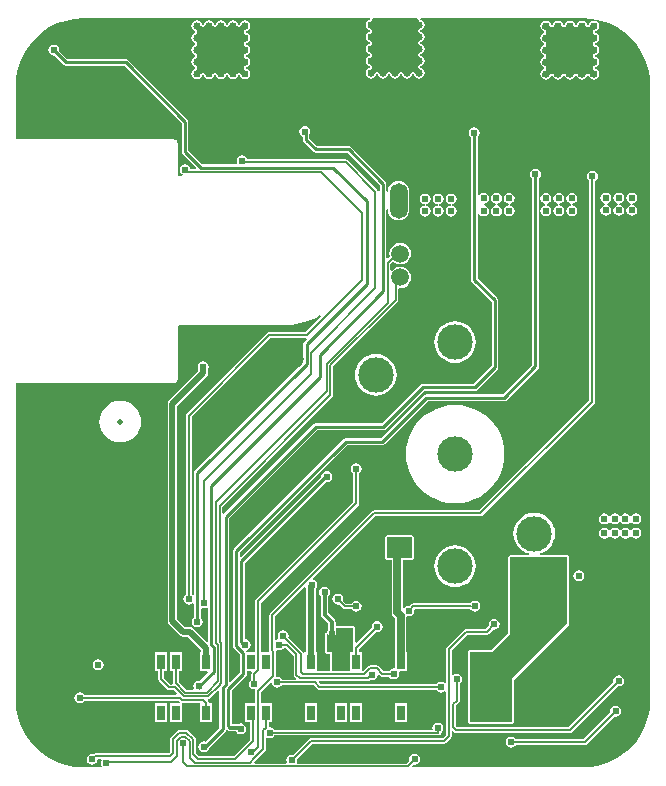
<source format=gbl>
%FSLAX25Y25*%
%MOIN*%
G70*
G01*
G75*
G04 Layer_Physical_Order=4*
G04 Layer_Color=16711680*
%ADD10R,0.04331X0.06693*%
%ADD11R,0.05315X0.11024*%
%ADD12R,0.03543X0.03150*%
%ADD13O,0.08661X0.02362*%
%ADD14O,0.06496X0.02165*%
%ADD15O,0.02165X0.06496*%
%ADD16R,0.21260X0.21850*%
%ADD17R,0.12008X0.03937*%
%ADD18R,0.21850X0.21260*%
%ADD19R,0.03937X0.12008*%
%ADD20R,0.02362X0.04331*%
%ADD21R,0.03937X0.21654*%
%ADD22R,0.05906X0.13386*%
%ADD23R,0.21654X0.03937*%
%ADD24R,0.13386X0.05906*%
%ADD25R,0.06693X0.04331*%
%ADD26R,0.09646X0.10039*%
%ADD27R,0.03347X0.04134*%
%ADD28R,0.01378X0.03937*%
%ADD29C,0.06000*%
%ADD30R,0.03543X0.02756*%
%ADD31R,0.02756X0.03543*%
%ADD32R,0.21850X0.25590*%
%ADD33R,0.04921X0.12008*%
%ADD34R,0.09449X0.06693*%
%ADD35R,0.03150X0.03543*%
%ADD36C,0.02500*%
%ADD37C,0.02000*%
%ADD38C,0.00800*%
%ADD39C,0.01000*%
%ADD40C,0.01200*%
%ADD41C,0.00600*%
%ADD42C,0.04000*%
%ADD43C,0.01500*%
%ADD44C,0.11811*%
%ADD45O,0.11811X0.05906*%
%ADD46O,0.05906X0.11811*%
%ADD47C,0.05906*%
%ADD48C,0.02000*%
%ADD49C,0.02400*%
%ADD50C,0.33896*%
%ADD51C,0.06337*%
%ADD52C,0.04369*%
%ADD53C,0.14998*%
%ADD54C,0.03600*%
%ADD55R,0.02795X0.05000*%
G36*
X86907Y61923D02*
Y40389D01*
X86541D01*
Y40346D01*
X86048Y40248D01*
X85849Y40546D01*
X81029Y45366D01*
X81135Y45900D01*
X80996Y46602D01*
X80598Y47198D01*
X80002Y47596D01*
X79300Y47735D01*
X78598Y47596D01*
X78002Y47198D01*
X77604Y46602D01*
X77465Y45900D01*
X77604Y45198D01*
X77662Y45112D01*
X77530Y44793D01*
X77059Y44625D01*
X76720Y44807D01*
Y52389D01*
X86445Y62115D01*
X86907Y61923D01*
D02*
G37*
G36*
X182221Y251575D02*
X185097Y251003D01*
X187874Y250060D01*
X190505Y248763D01*
X192943Y247134D01*
X195148Y245200D01*
X197082Y242995D01*
X198711Y240557D01*
X200008Y237927D01*
X200951Y235150D01*
X201523Y232273D01*
X201709Y229428D01*
X201693Y229347D01*
Y24503D01*
X201709Y24422D01*
X201523Y21577D01*
X200951Y18700D01*
X200008Y15924D01*
X198711Y13293D01*
X197082Y10855D01*
X195148Y8650D01*
X192943Y6716D01*
X190505Y5087D01*
X187874Y3790D01*
X185097Y2847D01*
X182221Y2275D01*
X179376Y2089D01*
X179295Y2105D01*
X122456D01*
X122264Y2567D01*
X122652Y2954D01*
X123100Y2865D01*
X123802Y3004D01*
X124398Y3402D01*
X124796Y3998D01*
X124935Y4700D01*
X124796Y5402D01*
X124398Y5998D01*
X123802Y6396D01*
X123100Y6535D01*
X122398Y6396D01*
X121802Y5998D01*
X121404Y5402D01*
X121265Y4700D01*
X121354Y4252D01*
X120401Y3299D01*
X84008D01*
X83773Y3740D01*
X83843Y3845D01*
X83982Y4547D01*
X83893Y4996D01*
X88880Y9982D01*
X132900D01*
X133251Y10052D01*
X133549Y10251D01*
X135149Y11851D01*
X135348Y12149D01*
X135418Y12500D01*
Y14047D01*
X135880Y14238D01*
X136239Y13879D01*
X136569Y13658D01*
X136959Y13580D01*
X174800D01*
X175190Y13658D01*
X175521Y13879D01*
X175521Y13879D01*
X175521Y13879D01*
X190772Y29130D01*
X191100Y29065D01*
X191802Y29204D01*
X192398Y29602D01*
X192796Y30198D01*
X192935Y30900D01*
X192796Y31602D01*
X192398Y32198D01*
X191802Y32596D01*
X191100Y32735D01*
X190398Y32596D01*
X189802Y32198D01*
X189404Y31602D01*
X189265Y30900D01*
X189330Y30572D01*
X174378Y15620D01*
X137382D01*
X137049Y15952D01*
Y22773D01*
X137821Y23545D01*
X138042Y23875D01*
X138120Y24266D01*
X138120Y24266D01*
X138120Y24266D01*
Y24266D01*
Y29916D01*
X138398Y30102D01*
X138796Y30698D01*
X138935Y31400D01*
X138796Y32102D01*
X138398Y32698D01*
X137802Y33096D01*
X137100Y33235D01*
X136398Y33096D01*
X135859Y32735D01*
X135418Y32971D01*
Y41020D01*
X140680Y46282D01*
X147100D01*
X147451Y46352D01*
X147749Y46551D01*
X147749Y46551D01*
X147749Y46551D01*
X149152Y47954D01*
X149600Y47865D01*
X150302Y48004D01*
X150898Y48402D01*
X151296Y48998D01*
X151435Y49700D01*
X151296Y50402D01*
X150898Y50998D01*
X150302Y51396D01*
X149600Y51535D01*
X148898Y51396D01*
X148302Y50998D01*
X147904Y50402D01*
X147765Y49700D01*
X147854Y49252D01*
X146720Y48118D01*
X140300D01*
X139949Y48048D01*
X139651Y47849D01*
X133851Y42049D01*
X133652Y41751D01*
X133582Y41400D01*
Y30438D01*
X133141Y30202D01*
X132702Y30496D01*
X132000Y30635D01*
X131298Y30496D01*
X130702Y30098D01*
X130448Y29718D01*
X91780D01*
X91177Y30320D01*
X91369Y30782D01*
X107700D01*
X108051Y30852D01*
X108349Y31051D01*
X108552Y31254D01*
X109000Y31165D01*
X109702Y31304D01*
X110298Y31702D01*
X110696Y32298D01*
X110810Y32871D01*
X111288Y33016D01*
X111753Y32551D01*
X112050Y32352D01*
X112402Y32282D01*
X114548D01*
X114802Y31902D01*
X115398Y31504D01*
X116100Y31365D01*
X116802Y31504D01*
X117398Y31902D01*
X117796Y32498D01*
X117935Y33200D01*
X117815Y33803D01*
X118133Y34189D01*
X120481D01*
Y40389D01*
X120369D01*
Y52116D01*
X120756Y52433D01*
X121100Y52365D01*
X121802Y52504D01*
X122398Y52902D01*
X122796Y53498D01*
X122935Y54200D01*
X122876Y54496D01*
X123194Y54882D01*
X141648D01*
X141902Y54502D01*
X142498Y54104D01*
X143200Y53965D01*
X143902Y54104D01*
X144498Y54502D01*
X144896Y55098D01*
X145035Y55800D01*
X144896Y56502D01*
X144498Y57098D01*
X143902Y57496D01*
X143200Y57635D01*
X142498Y57496D01*
X141902Y57098D01*
X141648Y56718D01*
X122700D01*
X122349Y56648D01*
X122051Y56449D01*
X121548Y55946D01*
X121100Y56035D01*
X120398Y55896D01*
X119802Y55498D01*
X119665Y55292D01*
X119186Y55437D01*
Y71151D01*
X122200D01*
X122659Y71341D01*
X122849Y71800D01*
Y78800D01*
X122659Y79259D01*
X122200Y79449D01*
X113900D01*
X113441Y79259D01*
X113251Y78800D01*
Y71800D01*
X113441Y71341D01*
X113900Y71151D01*
X115414D01*
Y53687D01*
X115557Y52965D01*
X115966Y52353D01*
X116597Y51722D01*
Y40389D01*
X116485D01*
Y35352D01*
X116100Y35035D01*
X115398Y34896D01*
X114802Y34498D01*
X114548Y34118D01*
X112782D01*
X111151Y35749D01*
X110853Y35948D01*
X110502Y36018D01*
X108130D01*
X107779Y35948D01*
X107481Y35749D01*
X105998Y34266D01*
X105536Y34457D01*
Y40389D01*
X104558D01*
Y41416D01*
X110372Y47230D01*
X110700Y47165D01*
X111402Y47304D01*
X111998Y47702D01*
X112396Y48298D01*
X112535Y49000D01*
X112396Y49702D01*
X111998Y50298D01*
X111402Y50696D01*
X110700Y50835D01*
X109998Y50696D01*
X109402Y50298D01*
X109004Y49702D01*
X108865Y49000D01*
X108930Y48672D01*
X103811Y43553D01*
X103349Y43745D01*
Y48500D01*
X103159Y48959D01*
X102700Y49149D01*
X96824D01*
Y50500D01*
X96730Y50968D01*
X96465Y51365D01*
X94323Y53507D01*
Y59153D01*
X94398Y59202D01*
X94796Y59798D01*
X94935Y60500D01*
X94796Y61202D01*
X94398Y61798D01*
X93802Y62196D01*
X93100Y62335D01*
X92398Y62196D01*
X91802Y61798D01*
X91404Y61202D01*
X91265Y60500D01*
X91404Y59798D01*
X91802Y59202D01*
X91877Y59153D01*
Y53000D01*
X91877Y53000D01*
X91877D01*
X91970Y52532D01*
X92235Y52135D01*
X94376Y49993D01*
Y47947D01*
X94302Y47898D01*
X93904Y47302D01*
X93863Y47094D01*
X93836Y47091D01*
X93643Y46988D01*
X93441Y46904D01*
X93428Y46873D01*
X93398Y46857D01*
X93334Y46647D01*
X93251Y46445D01*
Y40389D01*
X93441Y39930D01*
X93900Y39740D01*
X94887D01*
Y34189D01*
X94744Y34118D01*
X90536D01*
Y34189D01*
X90536D01*
Y40389D01*
X90170D01*
Y61611D01*
X90496Y62098D01*
X90635Y62800D01*
X90496Y63502D01*
X90098Y64098D01*
X89502Y64496D01*
X89459Y64504D01*
X89313Y64983D01*
X110011Y85680D01*
X145000D01*
X145390Y85758D01*
X145721Y85979D01*
X183021Y123279D01*
X183242Y123610D01*
X183320Y124000D01*
X183320Y124000D01*
X183320Y124000D01*
Y124000D01*
Y197550D01*
X183698Y197802D01*
X184096Y198398D01*
X184235Y199100D01*
X184096Y199802D01*
X183698Y200398D01*
X183102Y200796D01*
X182400Y200935D01*
X181698Y200796D01*
X181102Y200398D01*
X180704Y199802D01*
X180565Y199100D01*
X180704Y198398D01*
X181102Y197802D01*
X181280Y197683D01*
Y124422D01*
X144578Y87720D01*
X109589D01*
X109199Y87642D01*
X108868Y87421D01*
X74979Y53532D01*
X74758Y53201D01*
X74680Y52811D01*
Y41649D01*
X74570Y41485D01*
X74558Y41466D01*
X74480Y41076D01*
X74540Y40775D01*
X74223Y40389D01*
X71956D01*
Y56925D01*
X104421Y89390D01*
X104642Y89721D01*
X104720Y90111D01*
X104720Y90111D01*
X104720Y90111D01*
Y90111D01*
Y100116D01*
X104998Y100302D01*
X105396Y100898D01*
X105535Y101600D01*
X105396Y102302D01*
X104998Y102898D01*
X104402Y103296D01*
X103700Y103435D01*
X102998Y103296D01*
X102402Y102898D01*
X102004Y102302D01*
X101865Y101600D01*
X102004Y100898D01*
X102402Y100302D01*
X102680Y100116D01*
Y90534D01*
X70215Y58069D01*
X69994Y57738D01*
X69917Y57348D01*
Y40389D01*
X67270D01*
X66992Y40805D01*
X66992Y40804D01*
X67181Y41260D01*
X67402Y41304D01*
X67998Y41702D01*
X68396Y42298D01*
X68535Y43000D01*
X68396Y43702D01*
X67998Y44298D01*
X67402Y44696D01*
X66700Y44835D01*
X66422Y45064D01*
Y70235D01*
X93425Y97239D01*
X93800Y97165D01*
X94502Y97304D01*
X95098Y97702D01*
X95496Y98298D01*
X95635Y99000D01*
X95496Y99702D01*
X95098Y100298D01*
X94502Y100696D01*
X93800Y100835D01*
X93098Y100696D01*
X92502Y100298D01*
X92104Y99702D01*
X91965Y99000D01*
X91973Y98959D01*
X65284Y72270D01*
X64822Y72461D01*
Y73735D01*
X100565Y109478D01*
X112300D01*
X112300Y109478D01*
X112729Y109564D01*
X113093Y109807D01*
X127465Y124178D01*
X153000D01*
X153000Y124178D01*
X153429Y124264D01*
X153793Y124507D01*
X164193Y134907D01*
X164193Y134907D01*
X164436Y135271D01*
X164436Y135271D01*
X164436Y135271D01*
X164522Y135700D01*
X164522Y135700D01*
Y198285D01*
X164698Y198402D01*
X165096Y198998D01*
X165235Y199700D01*
X165096Y200402D01*
X164698Y200998D01*
X164102Y201396D01*
X163400Y201535D01*
X162698Y201396D01*
X162102Y200998D01*
X161704Y200402D01*
X161565Y199700D01*
X161704Y198998D01*
X162102Y198402D01*
X162278Y198285D01*
Y136165D01*
X152535Y126422D01*
X127000D01*
X127000Y126422D01*
X126571Y126336D01*
X126207Y126093D01*
X111835Y111722D01*
X100100D01*
X99671Y111636D01*
X99307Y111393D01*
X99307Y111393D01*
X62907Y74993D01*
X62664Y74629D01*
X62578Y74200D01*
X62578Y74200D01*
Y42581D01*
X62578Y42581D01*
X62664Y42152D01*
X62907Y41788D01*
X64915Y39780D01*
Y33761D01*
X61676Y30522D01*
X61214Y30713D01*
Y85128D01*
X90565Y114478D01*
X112700D01*
X112700Y114478D01*
X113129Y114564D01*
X113493Y114807D01*
X126265Y127578D01*
X143200D01*
X143200Y127578D01*
X143629Y127664D01*
X143993Y127907D01*
X150693Y134607D01*
X150693Y134607D01*
X150936Y134971D01*
X150936Y134971D01*
X150936Y134971D01*
X151022Y135400D01*
X151022Y135400D01*
Y157700D01*
X150936Y158129D01*
X150693Y158493D01*
X150693Y158493D01*
X144122Y165065D01*
Y186460D01*
X144600Y186605D01*
X144802Y186302D01*
X145398Y185904D01*
X146100Y185765D01*
X146802Y185904D01*
X147398Y186302D01*
X147796Y186898D01*
X147935Y187600D01*
X147796Y188302D01*
X147398Y188898D01*
X146802Y189296D01*
X146277Y189400D01*
Y189900D01*
X146802Y190004D01*
X147398Y190402D01*
X147796Y190998D01*
X147935Y191700D01*
X147796Y192402D01*
X147398Y192998D01*
X146802Y193396D01*
X146100Y193535D01*
X145398Y193396D01*
X144802Y192998D01*
X144600Y192695D01*
X144122Y192840D01*
Y212185D01*
X144298Y212302D01*
X144696Y212898D01*
X144835Y213600D01*
X144696Y214302D01*
X144298Y214898D01*
X143702Y215296D01*
X143000Y215435D01*
X142298Y215296D01*
X141702Y214898D01*
X141304Y214302D01*
X141165Y213600D01*
X141304Y212898D01*
X141702Y212302D01*
X141878Y212185D01*
Y164600D01*
X141878Y164600D01*
X141964Y164171D01*
X142207Y163807D01*
X148778Y157235D01*
Y135865D01*
X142735Y129822D01*
X125800D01*
X125800Y129822D01*
X125371Y129736D01*
X125007Y129493D01*
X125007Y129493D01*
X112235Y116722D01*
X90100D01*
X90100Y116722D01*
X89671Y116636D01*
X89307Y116393D01*
X89307Y116393D01*
X59480Y86566D01*
X59018Y86757D01*
Y88920D01*
X95666Y125569D01*
X95865Y125866D01*
X95877Y125925D01*
X95935Y126218D01*
Y135740D01*
X117449Y157254D01*
X117648Y157552D01*
X117659Y157610D01*
X117718Y157903D01*
Y161514D01*
X118094Y161844D01*
X118300Y161817D01*
X119227Y161939D01*
X120092Y162297D01*
X120834Y162866D01*
X121403Y163608D01*
X121761Y164473D01*
X121883Y165400D01*
X121761Y166327D01*
X121403Y167192D01*
X120834Y167934D01*
X120092Y168503D01*
X119227Y168861D01*
X118300Y168983D01*
X117373Y168861D01*
X116508Y168503D01*
X115766Y167934D01*
X115491Y167575D01*
X115018Y167736D01*
Y169920D01*
X115807Y170709D01*
X116508Y170171D01*
X117373Y169813D01*
X118300Y169691D01*
X119227Y169813D01*
X120092Y170171D01*
X120834Y170740D01*
X121403Y171482D01*
X121761Y172347D01*
X121883Y173274D01*
X121761Y174202D01*
X121403Y175066D01*
X120834Y175808D01*
X120092Y176377D01*
X119227Y176735D01*
X118300Y176857D01*
X117373Y176735D01*
X116508Y176377D01*
X115766Y175808D01*
X115197Y175066D01*
X114839Y174202D01*
X114717Y173274D01*
X114839Y172347D01*
X114842Y172339D01*
X114183Y171681D01*
X113722Y171873D01*
Y187985D01*
X114220Y188018D01*
X114339Y187120D01*
X114697Y186256D01*
X115266Y185513D01*
X116008Y184944D01*
X116873Y184586D01*
X117800Y184464D01*
X118727Y184586D01*
X119592Y184944D01*
X120334Y185513D01*
X120903Y186256D01*
X121261Y187120D01*
X121383Y188047D01*
Y193953D01*
X121261Y194880D01*
X120903Y195745D01*
X120334Y196487D01*
X119592Y197056D01*
X118727Y197414D01*
X117800Y197536D01*
X116873Y197414D01*
X116008Y197056D01*
X115266Y196487D01*
X114697Y195745D01*
X114339Y194880D01*
X114220Y193982D01*
X113722Y194015D01*
Y196600D01*
X113722Y196600D01*
X113636Y197029D01*
X113393Y197393D01*
X113393Y197393D01*
X101893Y208893D01*
X101529Y209136D01*
X101100Y209222D01*
X101100Y209222D01*
X90565D01*
X88022Y211765D01*
Y213037D01*
X88196Y213298D01*
X88335Y214000D01*
X88196Y214702D01*
X87798Y215298D01*
X87202Y215696D01*
X86500Y215835D01*
X85798Y215696D01*
X85202Y215298D01*
X84804Y214702D01*
X84665Y214000D01*
X84804Y213298D01*
X85202Y212702D01*
X85778Y212317D01*
Y211300D01*
X85778Y211300D01*
X85864Y210871D01*
X86107Y210507D01*
X89307Y207307D01*
X89307Y207307D01*
X89671Y207064D01*
X90100Y206979D01*
X100635D01*
X111478Y196135D01*
Y194144D01*
X110981Y194095D01*
X110942Y194290D01*
X110721Y194621D01*
X100921Y204421D01*
X100590Y204642D01*
X100200Y204720D01*
X67452D01*
X67396Y205002D01*
X66998Y205598D01*
X66402Y205996D01*
X65700Y206135D01*
X64998Y205996D01*
X64402Y205598D01*
X64004Y205002D01*
X63865Y204300D01*
X64004Y203598D01*
X64028Y203562D01*
X63792Y203122D01*
X52265D01*
X47722Y207665D01*
Y217300D01*
X47722Y217300D01*
X47636Y217729D01*
X47393Y218093D01*
X47393Y218093D01*
X27593Y237893D01*
X27229Y238136D01*
X26800Y238222D01*
X26800Y238222D01*
X7365D01*
X4694Y240892D01*
X4735Y241100D01*
X4596Y241802D01*
X4198Y242398D01*
X3602Y242796D01*
X2900Y242935D01*
X2198Y242796D01*
X1602Y242398D01*
X1204Y241802D01*
X1065Y241100D01*
X1204Y240398D01*
X1602Y239802D01*
X2198Y239404D01*
X2900Y239265D01*
X3108Y239306D01*
X6107Y236307D01*
X6107Y236307D01*
X6471Y236064D01*
X6900Y235979D01*
X26335D01*
X45478Y216835D01*
Y207200D01*
X45478Y207200D01*
X45564Y206771D01*
X45807Y206407D01*
X50232Y201981D01*
X50041Y201520D01*
X48392D01*
X48296Y202002D01*
X47898Y202598D01*
X47302Y202996D01*
X46600Y203135D01*
X45898Y202996D01*
X45302Y202598D01*
X44904Y202002D01*
X44765Y201300D01*
X44904Y200598D01*
X45302Y200002D01*
X45769Y199690D01*
X45624Y199212D01*
X44149D01*
Y210193D01*
X44056Y210662D01*
X43790Y211058D01*
X43393Y211324D01*
X42925Y211417D01*
X-9788D01*
Y229347D01*
X-9804Y229428D01*
X-9618Y232273D01*
X-9046Y235150D01*
X-8103Y237927D01*
X-6806Y240557D01*
X-5177Y242995D01*
X-3243Y245200D01*
X-1038Y247134D01*
X1400Y248763D01*
X4030Y250060D01*
X6808Y251003D01*
X9684Y251575D01*
X12529Y251762D01*
X12610Y251745D01*
X108111D01*
X108160Y251248D01*
X107898Y251196D01*
X107302Y250798D01*
X106904Y250202D01*
X106765Y249500D01*
X106904Y248798D01*
X107302Y248202D01*
X107898Y247804D01*
X108171Y247750D01*
Y247250D01*
X107898Y247196D01*
X107302Y246798D01*
X106904Y246202D01*
X106765Y245500D01*
X106904Y244798D01*
X107302Y244202D01*
X107898Y243804D01*
X108171Y243750D01*
Y243250D01*
X107898Y243196D01*
X107302Y242798D01*
X106904Y242202D01*
X106765Y241500D01*
X106904Y240798D01*
X107302Y240202D01*
X107898Y239804D01*
X108171Y239750D01*
Y239250D01*
X107898Y239196D01*
X107302Y238798D01*
X106904Y238202D01*
X106765Y237500D01*
X106904Y236798D01*
X107302Y236202D01*
X107898Y235804D01*
X108171Y235750D01*
Y235250D01*
X107898Y235196D01*
X107302Y234798D01*
X106904Y234202D01*
X106765Y233500D01*
X106904Y232798D01*
X107302Y232202D01*
X107898Y231804D01*
X108600Y231665D01*
X109302Y231804D01*
X109898Y232202D01*
X110296Y232798D01*
X110350Y233071D01*
X110850D01*
X110904Y232798D01*
X111302Y232202D01*
X111898Y231804D01*
X112600Y231665D01*
X113302Y231804D01*
X113898Y232202D01*
X114296Y232798D01*
X114350Y233071D01*
X114850D01*
X114904Y232798D01*
X115302Y232202D01*
X115898Y231804D01*
X116600Y231665D01*
X117302Y231804D01*
X117898Y232202D01*
X118296Y232798D01*
X118350Y233071D01*
X118850D01*
X118904Y232798D01*
X119302Y232202D01*
X119898Y231804D01*
X120600Y231665D01*
X121302Y231804D01*
X121898Y232202D01*
X122296Y232798D01*
X122350Y233071D01*
X122850D01*
X122904Y232798D01*
X123302Y232202D01*
X123898Y231804D01*
X124600Y231665D01*
X125302Y231804D01*
X125898Y232202D01*
X126296Y232798D01*
X126435Y233500D01*
X126296Y234202D01*
X125898Y234798D01*
X125302Y235196D01*
X125029Y235250D01*
Y235750D01*
X125302Y235804D01*
X125898Y236202D01*
X126296Y236798D01*
X126435Y237500D01*
X126296Y238202D01*
X125898Y238798D01*
X125302Y239196D01*
X125029Y239250D01*
Y239750D01*
X125302Y239804D01*
X125898Y240202D01*
X126296Y240798D01*
X126435Y241500D01*
X126296Y242202D01*
X125898Y242798D01*
X125302Y243196D01*
X125029Y243250D01*
Y243750D01*
X125302Y243804D01*
X125898Y244202D01*
X126296Y244798D01*
X126435Y245500D01*
X126296Y246202D01*
X125898Y246798D01*
X125302Y247196D01*
X125029Y247250D01*
Y247750D01*
X125302Y247804D01*
X125898Y248202D01*
X126296Y248798D01*
X126435Y249500D01*
X126296Y250202D01*
X125898Y250798D01*
X125302Y251196D01*
X125040Y251248D01*
X125089Y251745D01*
X179295D01*
X179376Y251762D01*
X182221Y251575D01*
D02*
G37*
G36*
X87138Y144644D02*
X86312Y143819D01*
X86069Y143455D01*
X85984Y143026D01*
X85984Y143026D01*
Y137088D01*
X49907Y101011D01*
X49664Y100647D01*
X49578Y100218D01*
X49578Y100218D01*
Y59540D01*
X49221Y59431D01*
X48820Y59729D01*
Y118878D01*
X75048Y145106D01*
X86947D01*
X87138Y144644D01*
D02*
G37*
G36*
X92011Y152353D02*
X86803Y147145D01*
X74626D01*
X74235Y147068D01*
X73905Y146847D01*
X47079Y120021D01*
X46858Y119690D01*
X46780Y119300D01*
Y59584D01*
X46502Y59398D01*
X46104Y58802D01*
X45965Y58100D01*
X46104Y57398D01*
X46502Y56802D01*
X47098Y56404D01*
X47800Y56265D01*
X48502Y56404D01*
X49098Y56802D01*
X49100Y56806D01*
X49578Y56660D01*
Y52015D01*
X49402Y51898D01*
X49004Y51302D01*
X48865Y50600D01*
X49004Y49898D01*
X49402Y49302D01*
X49998Y48904D01*
X50700Y48765D01*
X51402Y48904D01*
X51998Y49302D01*
X52396Y49898D01*
X52535Y50600D01*
X52396Y51302D01*
X51998Y51898D01*
X51822Y52015D01*
Y54992D01*
X52263Y55228D01*
X52298Y55204D01*
X53000Y55065D01*
X53702Y55204D01*
X53838Y55295D01*
X54278Y55059D01*
Y44082D01*
X53816Y43891D01*
X49253Y48454D01*
X48724Y48807D01*
X48100Y48931D01*
X46576D01*
X44031Y51476D01*
Y122524D01*
X53754Y132246D01*
X54107Y132776D01*
X54231Y133400D01*
Y134802D01*
X54296Y134898D01*
X54435Y135600D01*
X54296Y136302D01*
X53898Y136898D01*
X53302Y137296D01*
X52600Y137435D01*
X51898Y137296D01*
X51302Y136898D01*
X50904Y136302D01*
X50765Y135600D01*
X50904Y134898D01*
X50969Y134802D01*
Y134076D01*
X41247Y124354D01*
X40893Y123824D01*
X40769Y123200D01*
Y50800D01*
X40769Y50800D01*
X40769D01*
X40893Y50176D01*
X41247Y49646D01*
X44747Y46147D01*
X44746D01*
X44747Y46146D01*
X44747Y46146D01*
Y46146D01*
X45276Y45793D01*
X45900Y45669D01*
X47424D01*
X51963Y41130D01*
Y40389D01*
X51597D01*
Y34189D01*
X54050D01*
X54241Y33727D01*
X51408Y30894D01*
X51200Y30935D01*
X50498Y30796D01*
X49902Y30398D01*
X49504Y29802D01*
X49365Y29100D01*
X49504Y28398D01*
X49531Y28359D01*
X49295Y27918D01*
X47080D01*
X44418Y30580D01*
Y34189D01*
X45592D01*
Y40389D01*
X41597D01*
Y34189D01*
X42582D01*
Y30200D01*
X42621Y30004D01*
X42304Y29618D01*
X41680D01*
X39512Y31786D01*
Y34189D01*
X40592D01*
Y40389D01*
X36597D01*
Y34189D01*
X37677D01*
Y31405D01*
X37677Y31405D01*
X37677D01*
X37747Y31054D01*
X37946Y30757D01*
X40651Y28051D01*
X40949Y27852D01*
X41300Y27782D01*
X42923D01*
X43924Y26781D01*
X43732Y26320D01*
X12984D01*
X12798Y26598D01*
X12202Y26996D01*
X11500Y27135D01*
X10798Y26996D01*
X10202Y26598D01*
X9804Y26002D01*
X9665Y25300D01*
X9804Y24598D01*
X10202Y24002D01*
X10798Y23605D01*
X11500Y23465D01*
X12202Y23605D01*
X12798Y24002D01*
X12984Y24280D01*
X44442D01*
X44879Y23843D01*
X44705Y23423D01*
X44678Y23381D01*
X41597D01*
Y17181D01*
X45592D01*
Y23381D01*
X45592Y23381D01*
X45592D01*
X45604Y23440D01*
X45665Y23480D01*
X51597D01*
Y23381D01*
X51597D01*
Y17181D01*
X55592D01*
Y23381D01*
X54614D01*
Y23505D01*
X54536Y23896D01*
X54315Y24227D01*
X54110Y24432D01*
X54297Y24882D01*
X54648Y24952D01*
X54946Y25151D01*
X57565Y27770D01*
X58027Y27579D01*
Y15213D01*
X53425Y10611D01*
X52800Y10735D01*
X52098Y10596D01*
X51502Y10198D01*
X51104Y9602D01*
X50965Y8900D01*
X51104Y8198D01*
X51502Y7602D01*
X52098Y7204D01*
X52800Y7065D01*
X53502Y7204D01*
X54098Y7602D01*
X54496Y8198D01*
X54573Y8587D01*
X59942Y13955D01*
X59942Y13956D01*
X60185Y14319D01*
X60232Y14558D01*
X60711Y14703D01*
X60907Y14507D01*
X60907Y14507D01*
X61271Y14264D01*
X61271Y14264D01*
X61271Y14264D01*
D01*
X61271Y14264D01*
X61271Y14264D01*
X61299Y14258D01*
X61432Y14170D01*
X61900Y14076D01*
X63485D01*
X63802Y13602D01*
X64398Y13204D01*
X65100Y13065D01*
X65802Y13204D01*
X66398Y13602D01*
X66796Y14198D01*
X66935Y14900D01*
X66796Y15602D01*
X66398Y16198D01*
X65802Y16596D01*
X65100Y16735D01*
X64398Y16596D01*
X64290Y16523D01*
X62163D01*
Y27837D01*
X66829Y32504D01*
X66830Y32504D01*
X67073Y32868D01*
X67158Y33297D01*
Y34189D01*
X68680D01*
X68915Y33748D01*
X68790Y33561D01*
X68713Y33171D01*
Y31409D01*
X68435Y31223D01*
X68037Y30628D01*
X67897Y29925D01*
X68037Y29223D01*
X68435Y28627D01*
X69030Y28230D01*
X69732Y28090D01*
X69732Y28090D01*
X69732Y28090D01*
X69994Y28027D01*
X69917Y27636D01*
Y23381D01*
X66541D01*
Y17181D01*
X68282D01*
Y11180D01*
X62801Y5699D01*
X51299D01*
X50218Y6780D01*
Y11367D01*
X50159Y11660D01*
X50148Y11718D01*
X49949Y12016D01*
X47716Y14249D01*
X47418Y14448D01*
X47067Y14518D01*
X44733D01*
X44440Y14459D01*
X44382Y14448D01*
X44084Y14249D01*
X41851Y12016D01*
X41652Y11718D01*
X41582Y11367D01*
Y7080D01*
X41220Y6718D01*
X16700D01*
X16407Y6659D01*
X16349Y6648D01*
X16051Y6449D01*
X16048Y6446D01*
X15600Y6535D01*
X14898Y6396D01*
X14302Y5998D01*
X13904Y5402D01*
X13765Y4700D01*
X13904Y3998D01*
X14302Y3402D01*
X14898Y3004D01*
X15600Y2865D01*
X16302Y3004D01*
X16898Y3402D01*
X17296Y3998D01*
X17435Y4700D01*
X17585Y4882D01*
X18562D01*
X18797Y4441D01*
X18704Y4302D01*
X18565Y3600D01*
X18704Y2898D01*
X18940Y2546D01*
X18704Y2105D01*
X12610D01*
X12529Y2089D01*
X9684Y2275D01*
X6808Y2847D01*
X4030Y3790D01*
X1400Y5087D01*
X-1038Y6716D01*
X-3243Y8650D01*
X-5177Y10855D01*
X-6806Y13293D01*
X-8103Y15924D01*
X-9046Y18700D01*
X-9618Y21577D01*
X-9804Y24422D01*
X-9788Y24503D01*
Y130229D01*
X42925D01*
X43393Y130323D01*
X43790Y130588D01*
X44056Y130985D01*
X44149Y131453D01*
Y149222D01*
X44503Y149575D01*
X79501Y149521D01*
X79503Y149512D01*
Y149505D01*
X82287Y149662D01*
X85035Y150129D01*
X87714Y150900D01*
X90290Y151967D01*
X91710Y152752D01*
X92011Y152353D01*
D02*
G37*
G36*
X124400Y251375D02*
X124394Y251311D01*
X124457Y251102D01*
X124500Y250887D01*
X124528Y250868D01*
X124538Y250836D01*
X124731Y250732D01*
X124913Y250611D01*
X125049Y250584D01*
X125429Y250329D01*
X125684Y249949D01*
X125773Y249500D01*
X125684Y249051D01*
X125429Y248671D01*
X125049Y248416D01*
X124902Y248387D01*
X124744Y248282D01*
X124569Y248209D01*
X124544Y248148D01*
X124489Y248111D01*
X124452Y247925D01*
X124379Y247750D01*
Y247250D01*
X124452Y247075D01*
X124489Y246889D01*
X124544Y246852D01*
X124569Y246791D01*
X124744Y246718D01*
X124902Y246613D01*
X125049Y246584D01*
X125429Y246329D01*
X125684Y245949D01*
X125773Y245500D01*
X125684Y245051D01*
X125429Y244671D01*
X125049Y244416D01*
X124902Y244387D01*
X124744Y244282D01*
X124569Y244209D01*
X124544Y244148D01*
X124489Y244111D01*
X124452Y243925D01*
X124379Y243750D01*
Y243250D01*
X124452Y243075D01*
X124489Y242889D01*
X124544Y242852D01*
X124569Y242791D01*
X124744Y242718D01*
X124902Y242613D01*
X125049Y242584D01*
X125429Y242330D01*
X125684Y241949D01*
X125773Y241500D01*
X125684Y241051D01*
X125429Y240670D01*
X125049Y240416D01*
X124902Y240387D01*
X124744Y240282D01*
X124569Y240209D01*
X124544Y240148D01*
X124489Y240111D01*
X124452Y239925D01*
X124379Y239750D01*
Y239250D01*
X124452Y239075D01*
X124489Y238889D01*
X124544Y238852D01*
X124569Y238791D01*
X124744Y238718D01*
X124902Y238613D01*
X125049Y238584D01*
X125429Y238330D01*
X125684Y237949D01*
X125773Y237500D01*
X125684Y237051D01*
X125429Y236670D01*
X125049Y236416D01*
X124902Y236387D01*
X124744Y236282D01*
X124569Y236209D01*
X124544Y236148D01*
X124489Y236111D01*
X124452Y235925D01*
X124379Y235750D01*
Y235250D01*
X124452Y235075D01*
X124489Y234889D01*
X124544Y234852D01*
X124569Y234791D01*
X124744Y234718D01*
X124902Y234613D01*
X125049Y234584D01*
X125429Y234330D01*
X125684Y233949D01*
X125773Y233500D01*
X125684Y233051D01*
X125429Y232670D01*
X125049Y232416D01*
X124600Y232327D01*
X124151Y232416D01*
X123770Y232670D01*
X123516Y233051D01*
X123487Y233198D01*
X123382Y233356D01*
X123309Y233531D01*
X123248Y233556D01*
X123211Y233611D01*
X123025Y233648D01*
X122850Y233721D01*
X122350D01*
X122175Y233648D01*
X121989Y233611D01*
X121952Y233556D01*
X121891Y233531D01*
X121818Y233356D01*
X121713Y233198D01*
X121684Y233051D01*
X121430Y232670D01*
X121049Y232416D01*
X120600Y232327D01*
X120151Y232416D01*
X119771Y232670D01*
X119516Y233051D01*
X119487Y233198D01*
X119382Y233356D01*
X119309Y233531D01*
X119248Y233556D01*
X119211Y233611D01*
X119025Y233648D01*
X118850Y233721D01*
X118350D01*
X118175Y233648D01*
X117989Y233611D01*
X117952Y233556D01*
X117891Y233531D01*
X117818Y233356D01*
X117713Y233198D01*
X117684Y233051D01*
X117429Y232670D01*
X117049Y232416D01*
X116600Y232327D01*
X116151Y232416D01*
X115770Y232670D01*
X115516Y233051D01*
X115487Y233198D01*
X115382Y233356D01*
X115309Y233531D01*
X115248Y233556D01*
X115211Y233611D01*
X115025Y233648D01*
X114850Y233721D01*
X114350D01*
X114175Y233648D01*
X113989Y233611D01*
X113952Y233556D01*
X113891Y233531D01*
X113818Y233356D01*
X113713Y233198D01*
X113684Y233051D01*
X113429Y232670D01*
X113049Y232416D01*
X112600Y232327D01*
X112151Y232416D01*
X111770Y232670D01*
X111516Y233051D01*
X111487Y233198D01*
X111382Y233356D01*
X111309Y233531D01*
X111248Y233556D01*
X111211Y233611D01*
X111025Y233648D01*
X110850Y233721D01*
X110350D01*
X110175Y233648D01*
X109989Y233611D01*
X109952Y233556D01*
X109891Y233531D01*
X109818Y233356D01*
X109713Y233198D01*
X109684Y233051D01*
X109430Y232670D01*
X109049Y232416D01*
X108600Y232327D01*
X108151Y232416D01*
X107771Y232670D01*
X107516Y233051D01*
X107427Y233500D01*
X107516Y233949D01*
X107771Y234330D01*
X108151Y234584D01*
X108298Y234613D01*
X108456Y234718D01*
X108631Y234791D01*
X108656Y234852D01*
X108711Y234889D01*
X108748Y235075D01*
X108821Y235250D01*
Y235750D01*
X108748Y235925D01*
X108711Y236111D01*
X108656Y236148D01*
X108631Y236209D01*
X108456Y236282D01*
X108298Y236387D01*
X108151Y236416D01*
X107771Y236670D01*
X107516Y237051D01*
X107427Y237500D01*
X107516Y237949D01*
X107771Y238330D01*
X108151Y238584D01*
X108298Y238613D01*
X108456Y238718D01*
X108631Y238791D01*
X108656Y238852D01*
X108711Y238889D01*
X108748Y239075D01*
X108821Y239250D01*
Y239750D01*
X108748Y239925D01*
X108711Y240111D01*
X108656Y240148D01*
X108631Y240209D01*
X108456Y240282D01*
X108298Y240387D01*
X108151Y240416D01*
X107771Y240670D01*
X107516Y241051D01*
X107427Y241500D01*
X107516Y241949D01*
X107771Y242330D01*
X108151Y242584D01*
X108298Y242613D01*
X108456Y242718D01*
X108631Y242791D01*
X108656Y242852D01*
X108711Y242889D01*
X108748Y243075D01*
X108821Y243250D01*
Y243750D01*
X108748Y243925D01*
X108711Y244111D01*
X108656Y244148D01*
X108631Y244209D01*
X108456Y244282D01*
X108298Y244387D01*
X108151Y244416D01*
X107771Y244671D01*
X107516Y245051D01*
X107427Y245500D01*
X107516Y245949D01*
X107771Y246329D01*
X108151Y246584D01*
X108298Y246613D01*
X108456Y246718D01*
X108631Y246791D01*
X108656Y246852D01*
X108711Y246889D01*
X108748Y247075D01*
X108821Y247250D01*
Y247750D01*
X108748Y247925D01*
X108711Y248111D01*
X108656Y248148D01*
X108631Y248209D01*
X108456Y248282D01*
X108298Y248387D01*
X108151Y248416D01*
X107771Y248671D01*
X107516Y249051D01*
X107427Y249500D01*
X107516Y249949D01*
X107771Y250329D01*
X108151Y250584D01*
X108287Y250611D01*
X108469Y250732D01*
X108662Y250836D01*
X108672Y250868D01*
X108700Y250887D01*
X108743Y251102D01*
X108806Y251311D01*
X108800Y251375D01*
X109136Y251745D01*
X124064D01*
X124400Y251375D01*
D02*
G37*
G36*
X102700Y42383D02*
X102597Y42229D01*
X102519Y41839D01*
Y40389D01*
X101541D01*
Y34189D01*
D01*
Y34189D01*
X101470Y34118D01*
X95536D01*
Y34189D01*
X95536D01*
Y40389D01*
X93900D01*
Y46445D01*
X94398Y46494D01*
X94470Y46132D01*
X94735Y45735D01*
X95132Y45470D01*
X95600Y45377D01*
X96068Y45470D01*
X96465Y45735D01*
X96730Y46132D01*
X96824Y46600D01*
Y48500D01*
X102700D01*
Y42383D01*
D02*
G37*
G36*
X75431Y30066D02*
X75504Y29698D01*
X75902Y29102D01*
X76498Y28704D01*
X77200Y28565D01*
X77902Y28704D01*
X78498Y29102D01*
X78752Y29482D01*
X89420D01*
X90751Y28151D01*
X91049Y27952D01*
X91400Y27882D01*
X130448D01*
X130702Y27502D01*
X131298Y27104D01*
X132000Y26965D01*
X132702Y27104D01*
X133141Y27398D01*
X133582Y27162D01*
Y12880D01*
X132520Y11818D01*
X88500D01*
X88207Y11759D01*
X88149Y11748D01*
X87851Y11549D01*
X82596Y6293D01*
X82147Y6382D01*
X81445Y6243D01*
X80849Y5845D01*
X80452Y5249D01*
X80312Y4547D01*
X80452Y3845D01*
X80522Y3740D01*
X80286Y3299D01*
X69750D01*
X69559Y3761D01*
X70131Y4333D01*
X70195Y4376D01*
X73349Y7530D01*
X73548Y7828D01*
X73618Y8179D01*
X73618Y8179D01*
X73618Y8179D01*
Y8179D01*
Y11695D01*
X74059Y11931D01*
X74098Y11904D01*
X74800Y11765D01*
X75502Y11904D01*
X76098Y12302D01*
X76352Y12682D01*
X131000D01*
X131351Y12752D01*
X131649Y12951D01*
X131848Y13249D01*
X131918Y13600D01*
X131918Y13600D01*
D01*
D01*
D01*
X132198Y13802D01*
Y13802D01*
X132198Y13802D01*
X132198D01*
X132596Y14398D01*
X132735Y15100D01*
X132596Y15802D01*
X132198Y16398D01*
X131602Y16796D01*
X130900Y16935D01*
X130198Y16796D01*
X129602Y16398D01*
X129204Y15802D01*
X129065Y15100D01*
X129104Y14904D01*
X128787Y14518D01*
X76352D01*
X76098Y14898D01*
X75502Y15296D01*
X74800Y15435D01*
X74456Y15717D01*
Y17181D01*
X75536D01*
Y23381D01*
X71956D01*
Y27214D01*
X74953Y30211D01*
X75431Y30066D01*
D02*
G37*
G36*
X122200Y71800D02*
X113900D01*
Y78800D01*
X122200D01*
Y71800D01*
D02*
G37*
G36*
X82782Y39320D02*
Y33000D01*
X82782Y33000D01*
X82782D01*
X82852Y32649D01*
X83051Y32351D01*
X83623Y31780D01*
X83431Y31318D01*
X78752D01*
X78498Y31698D01*
X77902Y32096D01*
X77200Y32235D01*
X77200Y32235D01*
D01*
X76956Y32636D01*
Y40640D01*
X76925Y40796D01*
X77022Y40942D01*
X77270Y41190D01*
X77900Y41065D01*
X78602Y41204D01*
X79198Y41602D01*
X79452Y41982D01*
X80120D01*
X82782Y39320D01*
D02*
G37*
%LPC*%
G36*
X97500Y59935D02*
X96798Y59796D01*
X96202Y59398D01*
X95804Y58802D01*
X95665Y58100D01*
X95804Y57398D01*
X96202Y56802D01*
X96798Y56404D01*
X97500Y56265D01*
X97948Y56354D01*
X99251Y55051D01*
X99549Y54852D01*
X99607Y54841D01*
X99900Y54782D01*
X102148D01*
X102402Y54402D01*
X102998Y54004D01*
X103700Y53865D01*
X104402Y54004D01*
X104998Y54402D01*
X105396Y54998D01*
X105535Y55700D01*
X105396Y56402D01*
X104998Y56998D01*
X104402Y57396D01*
X103700Y57535D01*
X102998Y57396D01*
X102402Y56998D01*
X102148Y56618D01*
X100280D01*
X99246Y57652D01*
X99335Y58100D01*
X99196Y58802D01*
X98798Y59398D01*
X98202Y59796D01*
X97500Y59935D01*
D02*
G37*
G36*
X196900Y81935D02*
X196198Y81796D01*
X195602Y81398D01*
X195400Y81095D01*
X194900D01*
X194698Y81398D01*
X194102Y81796D01*
X193400Y81935D01*
X192698Y81796D01*
X192102Y81398D01*
X191900Y81095D01*
X191400D01*
X191198Y81398D01*
X190602Y81796D01*
X189900Y81935D01*
X189198Y81796D01*
X188602Y81398D01*
X188400Y81095D01*
X187900D01*
X187698Y81398D01*
X187102Y81796D01*
X186400Y81935D01*
X185698Y81796D01*
X185102Y81398D01*
X184704Y80802D01*
X184565Y80100D01*
X184704Y79398D01*
X185102Y78802D01*
X185698Y78404D01*
X186400Y78265D01*
X187102Y78404D01*
X187698Y78802D01*
X187900Y79105D01*
X188400D01*
X188602Y78802D01*
X189198Y78404D01*
X189900Y78265D01*
X190602Y78404D01*
X191198Y78802D01*
X191400Y79105D01*
X191900D01*
X192102Y78802D01*
X192698Y78404D01*
X193400Y78265D01*
X194102Y78404D01*
X194698Y78802D01*
X194900Y79105D01*
X195400D01*
X195602Y78802D01*
X196198Y78404D01*
X196900Y78265D01*
X197602Y78404D01*
X198198Y78802D01*
X198596Y79398D01*
X198735Y80100D01*
X198596Y80802D01*
X198198Y81398D01*
X197602Y81796D01*
X196900Y81935D01*
D02*
G37*
G36*
Y86735D02*
X196198Y86596D01*
X195602Y86198D01*
X195400Y85895D01*
X194900D01*
X194698Y86198D01*
X194102Y86596D01*
X193400Y86735D01*
X192698Y86596D01*
X192102Y86198D01*
X191900Y85895D01*
X191400D01*
X191198Y86198D01*
X190602Y86596D01*
X189900Y86735D01*
X189198Y86596D01*
X188602Y86198D01*
X188400Y85895D01*
X187900D01*
X187698Y86198D01*
X187102Y86596D01*
X186400Y86735D01*
X185698Y86596D01*
X185102Y86198D01*
X184704Y85602D01*
X184565Y84900D01*
X184704Y84198D01*
X185102Y83602D01*
X185698Y83204D01*
X186400Y83065D01*
X187102Y83204D01*
X187698Y83602D01*
X187900Y83905D01*
X188400D01*
X188602Y83602D01*
X189198Y83204D01*
X189900Y83065D01*
X190602Y83204D01*
X191198Y83602D01*
X191400Y83905D01*
X191900D01*
X192102Y83602D01*
X192698Y83204D01*
X193400Y83065D01*
X194102Y83204D01*
X194698Y83602D01*
X194900Y83905D01*
X195400D01*
X195602Y83602D01*
X196198Y83204D01*
X196900Y83065D01*
X197602Y83204D01*
X198198Y83602D01*
X198596Y84198D01*
X198735Y84900D01*
X198596Y85602D01*
X198198Y86198D01*
X197602Y86596D01*
X196900Y86735D01*
D02*
G37*
G36*
X136600Y76033D02*
X135248Y75899D01*
X133947Y75505D01*
X132748Y74864D01*
X131698Y74002D01*
X130836Y72952D01*
X130195Y71753D01*
X129801Y70452D01*
X129667Y69100D01*
X129801Y67747D01*
X130195Y66447D01*
X130836Y65249D01*
X131698Y64198D01*
X132748Y63336D01*
X133947Y62695D01*
X135248Y62301D01*
X136600Y62167D01*
X137952Y62301D01*
X139253Y62695D01*
X140452Y63336D01*
X141502Y64198D01*
X142364Y65249D01*
X143005Y66447D01*
X143399Y67747D01*
X143533Y69100D01*
X143399Y70452D01*
X143005Y71753D01*
X142364Y72952D01*
X141502Y74002D01*
X140452Y74864D01*
X139253Y75505D01*
X137952Y75899D01*
X136600Y76033D01*
D02*
G37*
G36*
X177900Y67735D02*
X177198Y67596D01*
X176602Y67198D01*
X176204Y66602D01*
X176065Y65900D01*
X176204Y65198D01*
X176602Y64602D01*
X177198Y64204D01*
X177900Y64065D01*
X178602Y64204D01*
X179198Y64602D01*
X179596Y65198D01*
X179735Y65900D01*
X179596Y66602D01*
X179198Y67198D01*
X178602Y67596D01*
X177900Y67735D01*
D02*
G37*
G36*
X90536Y23381D02*
X86541D01*
Y17181D01*
X90536D01*
Y23381D01*
D02*
G37*
G36*
X100536D02*
X96541D01*
Y17181D01*
X100536D01*
Y23381D01*
D02*
G37*
G36*
X163000Y86933D02*
X161647Y86799D01*
X160347Y86405D01*
X159149Y85764D01*
X158098Y84902D01*
X157236Y83851D01*
X156595Y82653D01*
X156201Y81353D01*
X156067Y80000D01*
X156201Y78648D01*
X156595Y77347D01*
X157236Y76148D01*
X158098Y75098D01*
X159149Y74236D01*
X160347Y73595D01*
X161175Y73344D01*
X161101Y72849D01*
X154900D01*
X154441Y72659D01*
X154251Y72200D01*
Y46669D01*
X148620Y41038D01*
X141430D01*
X140971Y40848D01*
X140780Y40389D01*
Y17181D01*
X140971Y16722D01*
X141430Y16532D01*
X155425D01*
X155884Y16722D01*
X156074Y17181D01*
Y31256D01*
X174459Y49641D01*
X174649Y50100D01*
Y72200D01*
X174459Y72659D01*
X174000Y72849D01*
X164899D01*
X164825Y73344D01*
X165653Y73595D01*
X166851Y74236D01*
X167902Y75098D01*
X168764Y76148D01*
X169405Y77347D01*
X169799Y78648D01*
X169933Y80000D01*
X169799Y81353D01*
X169405Y82653D01*
X168764Y83851D01*
X167902Y84902D01*
X166851Y85764D01*
X165653Y86405D01*
X164353Y86799D01*
X163000Y86933D01*
D02*
G37*
G36*
X40592Y23381D02*
X36597D01*
Y17181D01*
X40592D01*
Y23381D01*
D02*
G37*
G36*
X190100Y22635D02*
X189398Y22496D01*
X188802Y22098D01*
X188404Y21502D01*
X188265Y20800D01*
X188330Y20472D01*
X179378Y11520D01*
X156784D01*
X156598Y11798D01*
X156002Y12196D01*
X155300Y12335D01*
X154598Y12196D01*
X154002Y11798D01*
X153604Y11202D01*
X153465Y10500D01*
X153604Y9798D01*
X154002Y9202D01*
X154598Y8804D01*
X155300Y8665D01*
X156002Y8804D01*
X156598Y9202D01*
X156784Y9480D01*
X179800D01*
X180190Y9558D01*
X180521Y9779D01*
X180521Y9779D01*
X180521Y9779D01*
X189772Y19030D01*
X190100Y18965D01*
X190802Y19104D01*
X191398Y19502D01*
X191796Y20098D01*
X191935Y20800D01*
X191796Y21502D01*
X191398Y22098D01*
X190802Y22496D01*
X190100Y22635D01*
D02*
G37*
G36*
X17600Y38035D02*
X16898Y37896D01*
X16302Y37498D01*
X15904Y36902D01*
X15765Y36200D01*
X15904Y35498D01*
X16302Y34902D01*
X16898Y34504D01*
X17600Y34365D01*
X18302Y34504D01*
X18898Y34902D01*
X19296Y35498D01*
X19435Y36200D01*
X19296Y36902D01*
X18898Y37498D01*
X18302Y37896D01*
X17600Y38035D01*
D02*
G37*
G36*
X105536Y23381D02*
X101541D01*
Y17181D01*
X105536D01*
Y23381D01*
D02*
G37*
G36*
X120481D02*
X116485D01*
Y17181D01*
X120481D01*
Y23381D01*
D02*
G37*
G36*
X175500Y193535D02*
X174798Y193396D01*
X174202Y192998D01*
X173804Y192402D01*
X173665Y191700D01*
X173804Y190998D01*
X174202Y190402D01*
X174798Y190004D01*
X175323Y189900D01*
Y189400D01*
X174798Y189296D01*
X174202Y188898D01*
X173804Y188302D01*
X173665Y187600D01*
X173804Y186898D01*
X174202Y186302D01*
X174798Y185904D01*
X175500Y185765D01*
X176202Y185904D01*
X176798Y186302D01*
X177196Y186898D01*
X177335Y187600D01*
X177196Y188302D01*
X176798Y188898D01*
X176202Y189296D01*
X175677Y189400D01*
Y189900D01*
X176202Y190004D01*
X176798Y190402D01*
X177196Y190998D01*
X177335Y191700D01*
X177196Y192402D01*
X176798Y192998D01*
X176202Y193396D01*
X175500Y193535D01*
D02*
G37*
G36*
X186900Y193635D02*
X186198Y193496D01*
X185602Y193098D01*
X185204Y192502D01*
X185065Y191800D01*
X185204Y191098D01*
X185602Y190502D01*
X186198Y190104D01*
X186723Y190000D01*
Y189500D01*
X186198Y189396D01*
X185602Y188998D01*
X185204Y188402D01*
X185065Y187700D01*
X185204Y186998D01*
X185602Y186402D01*
X186198Y186004D01*
X186900Y185865D01*
X187602Y186004D01*
X188198Y186402D01*
X188596Y186998D01*
X188735Y187700D01*
X188596Y188402D01*
X188198Y188998D01*
X187602Y189396D01*
X187077Y189500D01*
Y190000D01*
X187602Y190104D01*
X188198Y190502D01*
X188596Y191098D01*
X188735Y191800D01*
X188596Y192502D01*
X188198Y193098D01*
X187602Y193496D01*
X186900Y193635D01*
D02*
G37*
G36*
X166900Y193535D02*
X166198Y193396D01*
X165602Y192998D01*
X165204Y192402D01*
X165065Y191700D01*
X165204Y190998D01*
X165602Y190402D01*
X166198Y190004D01*
X166723Y189900D01*
Y189400D01*
X166198Y189296D01*
X165602Y188898D01*
X165204Y188302D01*
X165065Y187600D01*
X165204Y186898D01*
X165602Y186302D01*
X166198Y185904D01*
X166900Y185765D01*
X167602Y185904D01*
X168198Y186302D01*
X168596Y186898D01*
X168735Y187600D01*
X168596Y188302D01*
X168198Y188898D01*
X167602Y189296D01*
X167077Y189400D01*
Y189900D01*
X167602Y190004D01*
X168198Y190402D01*
X168596Y190998D01*
X168735Y191700D01*
X168596Y192402D01*
X168198Y192998D01*
X167602Y193396D01*
X166900Y193535D01*
D02*
G37*
G36*
X171200D02*
X170498Y193396D01*
X169902Y192998D01*
X169504Y192402D01*
X169365Y191700D01*
X169504Y190998D01*
X169902Y190402D01*
X170498Y190004D01*
X171023Y189900D01*
Y189400D01*
X170498Y189296D01*
X169902Y188898D01*
X169504Y188302D01*
X169365Y187600D01*
X169504Y186898D01*
X169902Y186302D01*
X170498Y185904D01*
X171200Y185765D01*
X171902Y185904D01*
X172498Y186302D01*
X172896Y186898D01*
X173035Y187600D01*
X172896Y188302D01*
X172498Y188898D01*
X171902Y189296D01*
X171377Y189400D01*
Y189900D01*
X171902Y190004D01*
X172498Y190402D01*
X172896Y190998D01*
X173035Y191700D01*
X172896Y192402D01*
X172498Y192998D01*
X171902Y193396D01*
X171200Y193535D01*
D02*
G37*
G36*
X182800Y250935D02*
X182098Y250796D01*
X181502Y250398D01*
X181104Y249802D01*
X181050Y249529D01*
X180550D01*
X180496Y249802D01*
X180098Y250398D01*
X179502Y250796D01*
X178800Y250935D01*
X178098Y250796D01*
X177502Y250398D01*
X177104Y249802D01*
X177050Y249529D01*
X176550D01*
X176496Y249802D01*
X176098Y250398D01*
X175502Y250796D01*
X174800Y250935D01*
X174098Y250796D01*
X173502Y250398D01*
X173104Y249802D01*
X173050Y249529D01*
X172550D01*
X172496Y249802D01*
X172098Y250398D01*
X171502Y250796D01*
X170800Y250935D01*
X170098Y250796D01*
X169502Y250398D01*
X169104Y249802D01*
X169050Y249529D01*
X168550D01*
X168496Y249802D01*
X168098Y250398D01*
X167502Y250796D01*
X166800Y250935D01*
X166098Y250796D01*
X165502Y250398D01*
X165104Y249802D01*
X164965Y249100D01*
X165104Y248398D01*
X165502Y247802D01*
X166098Y247404D01*
X166371Y247350D01*
Y246850D01*
X166098Y246796D01*
X165502Y246398D01*
X165104Y245802D01*
X164965Y245100D01*
X165104Y244398D01*
X165502Y243802D01*
X166098Y243404D01*
X166371Y243350D01*
Y242850D01*
X166098Y242796D01*
X165502Y242398D01*
X165104Y241802D01*
X164965Y241100D01*
X165104Y240398D01*
X165502Y239802D01*
X166098Y239404D01*
X166371Y239350D01*
Y238850D01*
X166098Y238796D01*
X165502Y238398D01*
X165104Y237802D01*
X164965Y237100D01*
X165104Y236398D01*
X165502Y235802D01*
X166098Y235404D01*
X166371Y235350D01*
Y234850D01*
X166098Y234796D01*
X165502Y234398D01*
X165104Y233802D01*
X164965Y233100D01*
X165104Y232398D01*
X165502Y231802D01*
X166098Y231404D01*
X166800Y231265D01*
X167502Y231404D01*
X168098Y231802D01*
X168496Y232398D01*
X168550Y232671D01*
X169050D01*
X169104Y232398D01*
X169502Y231802D01*
X170098Y231404D01*
X170800Y231265D01*
X171502Y231404D01*
X172098Y231802D01*
X172496Y232398D01*
X172550Y232671D01*
X173050D01*
X173104Y232398D01*
X173502Y231802D01*
X174098Y231404D01*
X174800Y231265D01*
X175502Y231404D01*
X176098Y231802D01*
X176496Y232398D01*
X176550Y232671D01*
X177050D01*
X177104Y232398D01*
X177502Y231802D01*
X178098Y231404D01*
X178800Y231265D01*
X179502Y231404D01*
X180098Y231802D01*
X180496Y232398D01*
X180550Y232671D01*
X181050D01*
X181104Y232398D01*
X181502Y231802D01*
X182098Y231404D01*
X182800Y231265D01*
X183502Y231404D01*
X184098Y231802D01*
X184496Y232398D01*
X184635Y233100D01*
X184496Y233802D01*
X184098Y234398D01*
X183502Y234796D01*
X183229Y234850D01*
Y235350D01*
X183502Y235404D01*
X184098Y235802D01*
X184496Y236398D01*
X184635Y237100D01*
X184496Y237802D01*
X184098Y238398D01*
X183502Y238796D01*
X183229Y238850D01*
Y239350D01*
X183502Y239404D01*
X184098Y239802D01*
X184496Y240398D01*
X184635Y241100D01*
X184496Y241802D01*
X184098Y242398D01*
X183502Y242796D01*
X183229Y242850D01*
Y243350D01*
X183502Y243404D01*
X184098Y243802D01*
X184496Y244398D01*
X184635Y245100D01*
X184496Y245802D01*
X184098Y246398D01*
X183502Y246796D01*
X183229Y246850D01*
Y247350D01*
X183502Y247404D01*
X184098Y247802D01*
X184496Y248398D01*
X184635Y249100D01*
X184496Y249802D01*
X184098Y250398D01*
X183502Y250796D01*
X182800Y250935D01*
D02*
G37*
G36*
X66500Y251035D02*
X65798Y250896D01*
X65202Y250498D01*
X64804Y249902D01*
X64750Y249629D01*
X64250D01*
X64196Y249902D01*
X63798Y250498D01*
X63202Y250896D01*
X62500Y251035D01*
X61798Y250896D01*
X61202Y250498D01*
X60804Y249902D01*
X60750Y249629D01*
X60250D01*
X60196Y249902D01*
X59798Y250498D01*
X59202Y250896D01*
X58500Y251035D01*
X57798Y250896D01*
X57202Y250498D01*
X56804Y249902D01*
X56750Y249629D01*
X56250D01*
X56196Y249902D01*
X55798Y250498D01*
X55202Y250896D01*
X54500Y251035D01*
X53798Y250896D01*
X53202Y250498D01*
X52804Y249902D01*
X52750Y249629D01*
X52250D01*
X52196Y249902D01*
X51798Y250498D01*
X51202Y250896D01*
X50500Y251035D01*
X49798Y250896D01*
X49202Y250498D01*
X48804Y249902D01*
X48665Y249200D01*
X48804Y248498D01*
X49202Y247902D01*
X49798Y247504D01*
X50071Y247450D01*
Y246950D01*
X49798Y246896D01*
X49202Y246498D01*
X48804Y245902D01*
X48665Y245200D01*
X48804Y244498D01*
X49202Y243902D01*
X49798Y243504D01*
X50071Y243450D01*
Y242950D01*
X49798Y242896D01*
X49202Y242498D01*
X48804Y241902D01*
X48665Y241200D01*
X48804Y240498D01*
X49202Y239902D01*
X49798Y239504D01*
X50071Y239450D01*
Y238950D01*
X49798Y238896D01*
X49202Y238498D01*
X48804Y237902D01*
X48665Y237200D01*
X48804Y236498D01*
X49202Y235902D01*
X49798Y235504D01*
X50071Y235450D01*
Y234950D01*
X49798Y234896D01*
X49202Y234498D01*
X48804Y233902D01*
X48665Y233200D01*
X48804Y232498D01*
X49202Y231902D01*
X49798Y231504D01*
X50500Y231365D01*
X51202Y231504D01*
X51798Y231902D01*
X52196Y232498D01*
X52250Y232771D01*
X52750D01*
X52804Y232498D01*
X53202Y231902D01*
X53798Y231504D01*
X54500Y231365D01*
X55202Y231504D01*
X55798Y231902D01*
X56196Y232498D01*
X56250Y232771D01*
X56750D01*
X56804Y232498D01*
X57202Y231902D01*
X57798Y231504D01*
X58500Y231365D01*
X59202Y231504D01*
X59798Y231902D01*
X60196Y232498D01*
X60250Y232771D01*
X60750D01*
X60804Y232498D01*
X61202Y231902D01*
X61798Y231504D01*
X62500Y231365D01*
X63202Y231504D01*
X63798Y231902D01*
X64196Y232498D01*
X64250Y232771D01*
X64750D01*
X64804Y232498D01*
X65202Y231902D01*
X65798Y231504D01*
X66500Y231365D01*
X67202Y231504D01*
X67798Y231902D01*
X68196Y232498D01*
X68335Y233200D01*
X68196Y233902D01*
X67798Y234498D01*
X67202Y234896D01*
X66929Y234950D01*
Y235450D01*
X67202Y235504D01*
X67798Y235902D01*
X68196Y236498D01*
X68335Y237200D01*
X68196Y237902D01*
X67798Y238498D01*
X67202Y238896D01*
X66929Y238950D01*
Y239450D01*
X67202Y239504D01*
X67798Y239902D01*
X68196Y240498D01*
X68335Y241200D01*
X68196Y241902D01*
X67798Y242498D01*
X67202Y242896D01*
X66929Y242950D01*
Y243450D01*
X67202Y243504D01*
X67798Y243902D01*
X68196Y244498D01*
X68335Y245200D01*
X68196Y245902D01*
X67798Y246498D01*
X67202Y246896D01*
X66929Y246950D01*
Y247450D01*
X67202Y247504D01*
X67798Y247902D01*
X68196Y248498D01*
X68335Y249200D01*
X68196Y249902D01*
X67798Y250498D01*
X67202Y250896D01*
X66500Y251035D01*
D02*
G37*
G36*
X191200Y193635D02*
X190498Y193496D01*
X189902Y193098D01*
X189504Y192502D01*
X189365Y191800D01*
X189504Y191098D01*
X189902Y190502D01*
X190498Y190104D01*
X191023Y190000D01*
Y189500D01*
X190498Y189396D01*
X189902Y188998D01*
X189504Y188402D01*
X189365Y187700D01*
X189504Y186998D01*
X189902Y186402D01*
X190498Y186004D01*
X191200Y185865D01*
X191902Y186004D01*
X192498Y186402D01*
X192896Y186998D01*
X193035Y187700D01*
X192896Y188402D01*
X192498Y188998D01*
X191902Y189396D01*
X191377Y189500D01*
Y190000D01*
X191902Y190104D01*
X192498Y190502D01*
X192896Y191098D01*
X193035Y191800D01*
X192896Y192502D01*
X192498Y193098D01*
X191902Y193496D01*
X191200Y193635D01*
D02*
G37*
G36*
X195500D02*
X194798Y193496D01*
X194202Y193098D01*
X193804Y192502D01*
X193665Y191800D01*
X193804Y191098D01*
X194202Y190502D01*
X194798Y190104D01*
X195323Y190000D01*
Y189500D01*
X194798Y189396D01*
X194202Y188998D01*
X193804Y188402D01*
X193665Y187700D01*
X193804Y186998D01*
X194202Y186402D01*
X194798Y186004D01*
X195500Y185865D01*
X196202Y186004D01*
X196798Y186402D01*
X197196Y186998D01*
X197335Y187700D01*
X197196Y188402D01*
X196798Y188998D01*
X196202Y189396D01*
X195677Y189500D01*
Y190000D01*
X196202Y190104D01*
X196798Y190502D01*
X197196Y191098D01*
X197335Y191800D01*
X197196Y192502D01*
X196798Y193098D01*
X196202Y193496D01*
X195500Y193635D01*
D02*
G37*
G36*
X154700Y193535D02*
X153998Y193396D01*
X153402Y192998D01*
X153004Y192402D01*
X152865Y191700D01*
X153004Y190998D01*
X153402Y190402D01*
X153998Y190004D01*
X154523Y189900D01*
Y189400D01*
X153998Y189296D01*
X153402Y188898D01*
X153004Y188302D01*
X152865Y187600D01*
X153004Y186898D01*
X153402Y186302D01*
X153998Y185904D01*
X154700Y185765D01*
X155402Y185904D01*
X155998Y186302D01*
X156396Y186898D01*
X156535Y187600D01*
X156396Y188302D01*
X155998Y188898D01*
X155402Y189296D01*
X154877Y189400D01*
Y189900D01*
X155402Y190004D01*
X155998Y190402D01*
X156396Y190998D01*
X156535Y191700D01*
X156396Y192402D01*
X155998Y192998D01*
X155402Y193396D01*
X154700Y193535D01*
D02*
G37*
G36*
X110164Y139859D02*
X108812Y139726D01*
X107511Y139331D01*
X106313Y138691D01*
X105262Y137829D01*
X104400Y136778D01*
X103760Y135580D01*
X103365Y134279D01*
X103232Y132927D01*
X103365Y131574D01*
X103760Y130274D01*
X104400Y129075D01*
X105262Y128025D01*
X106313Y127162D01*
X107511Y126522D01*
X108812Y126127D01*
X110164Y125994D01*
X111517Y126127D01*
X112817Y126522D01*
X114016Y127162D01*
X115066Y128025D01*
X115929Y129075D01*
X116569Y130274D01*
X116964Y131574D01*
X117097Y132927D01*
X116964Y134279D01*
X116569Y135580D01*
X115929Y136778D01*
X115066Y137829D01*
X114016Y138691D01*
X112817Y139331D01*
X111517Y139726D01*
X110164Y139859D01*
D02*
G37*
G36*
X136600Y150733D02*
X135248Y150599D01*
X133947Y150205D01*
X132748Y149564D01*
X131698Y148702D01*
X130836Y147652D01*
X130195Y146453D01*
X129801Y145152D01*
X129667Y143800D01*
X129801Y142447D01*
X130195Y141147D01*
X130836Y139948D01*
X131698Y138898D01*
X132748Y138036D01*
X133947Y137395D01*
X135248Y137001D01*
X136600Y136867D01*
X137952Y137001D01*
X139253Y137395D01*
X140452Y138036D01*
X141502Y138898D01*
X142364Y139948D01*
X143005Y141147D01*
X143399Y142447D01*
X143533Y143800D01*
X143399Y145152D01*
X143005Y146453D01*
X142364Y147652D01*
X141502Y148702D01*
X140452Y149564D01*
X139253Y150205D01*
X137952Y150599D01*
X136600Y150733D01*
D02*
G37*
G36*
X136610Y122864D02*
X134472Y122724D01*
X132370Y122306D01*
X130341Y121617D01*
X128419Y120669D01*
X126637Y119479D01*
X125026Y118066D01*
X123613Y116455D01*
X122422Y114673D01*
X121474Y112751D01*
X120785Y110722D01*
X120367Y108620D01*
X120227Y106481D01*
X120367Y104343D01*
X120785Y102241D01*
X121474Y100212D01*
X122422Y98290D01*
X123613Y96508D01*
X125026Y94897D01*
X126637Y93484D01*
X128419Y92293D01*
X130341Y91345D01*
X132370Y90656D01*
X134472Y90238D01*
X136610Y90098D01*
X138749Y90238D01*
X140851Y90656D01*
X142880Y91345D01*
X144802Y92293D01*
X146584Y93484D01*
X148195Y94897D01*
X149608Y96508D01*
X150798Y98290D01*
X151746Y100212D01*
X152435Y102241D01*
X152853Y104343D01*
X152993Y106481D01*
X152853Y108620D01*
X152435Y110722D01*
X151746Y112751D01*
X150798Y114673D01*
X149608Y116455D01*
X148195Y118066D01*
X146584Y119479D01*
X144802Y120669D01*
X142880Y121617D01*
X140851Y122306D01*
X138749Y122724D01*
X136610Y122864D01*
D02*
G37*
G36*
X25000Y124233D02*
X23648Y124099D01*
X22347Y123705D01*
X21148Y123064D01*
X20098Y122202D01*
X19236Y121151D01*
X18595Y119953D01*
X18201Y118652D01*
X18067Y117300D01*
X18201Y115947D01*
X18595Y114647D01*
X19236Y113449D01*
X20098Y112398D01*
X21148Y111536D01*
X22347Y110895D01*
X23648Y110501D01*
X25000Y110367D01*
X26353Y110501D01*
X27653Y110895D01*
X28852Y111536D01*
X29902Y112398D01*
X30764Y113449D01*
X31405Y114647D01*
X31799Y115947D01*
X31933Y117300D01*
X31799Y118652D01*
X31405Y119953D01*
X30764Y121151D01*
X29902Y122202D01*
X28852Y123064D01*
X27653Y123705D01*
X26353Y124099D01*
X25000Y124233D01*
D02*
G37*
G36*
X126700Y193335D02*
X125998Y193196D01*
X125402Y192798D01*
X125004Y192202D01*
X124865Y191500D01*
X125004Y190798D01*
X125402Y190202D01*
X125998Y189804D01*
X126523Y189700D01*
Y189200D01*
X125998Y189096D01*
X125402Y188698D01*
X125004Y188102D01*
X124865Y187400D01*
X125004Y186698D01*
X125402Y186102D01*
X125998Y185704D01*
X126700Y185565D01*
X127402Y185704D01*
X127998Y186102D01*
X128396Y186698D01*
X128535Y187400D01*
X128396Y188102D01*
X127998Y188698D01*
X127402Y189096D01*
X126877Y189200D01*
Y189700D01*
X127402Y189804D01*
X127998Y190202D01*
X128396Y190798D01*
X128535Y191500D01*
X128396Y192202D01*
X127998Y192798D01*
X127402Y193196D01*
X126700Y193335D01*
D02*
G37*
G36*
X135300D02*
X134598Y193196D01*
X134002Y192798D01*
X133604Y192202D01*
X133465Y191500D01*
X133604Y190798D01*
X134002Y190202D01*
X134598Y189804D01*
X135123Y189700D01*
Y189200D01*
X134598Y189096D01*
X134002Y188698D01*
X133604Y188102D01*
X133465Y187400D01*
X133604Y186698D01*
X134002Y186102D01*
X134598Y185704D01*
X135300Y185565D01*
X136002Y185704D01*
X136598Y186102D01*
X136996Y186698D01*
X137135Y187400D01*
X136996Y188102D01*
X136598Y188698D01*
X136002Y189096D01*
X135477Y189200D01*
Y189700D01*
X136002Y189804D01*
X136598Y190202D01*
X136996Y190798D01*
X137135Y191500D01*
X136996Y192202D01*
X136598Y192798D01*
X136002Y193196D01*
X135300Y193335D01*
D02*
G37*
G36*
X131000D02*
X130298Y193196D01*
X129702Y192798D01*
X129304Y192202D01*
X129165Y191500D01*
X129304Y190798D01*
X129702Y190202D01*
X130298Y189804D01*
X130823Y189700D01*
Y189200D01*
X130298Y189096D01*
X129702Y188698D01*
X129304Y188102D01*
X129165Y187400D01*
X129304Y186698D01*
X129702Y186102D01*
X130298Y185704D01*
X131000Y185565D01*
X131702Y185704D01*
X132298Y186102D01*
X132696Y186698D01*
X132835Y187400D01*
X132696Y188102D01*
X132298Y188698D01*
X131702Y189096D01*
X131177Y189200D01*
Y189700D01*
X131702Y189804D01*
X132298Y190202D01*
X132696Y190798D01*
X132835Y191500D01*
X132696Y192202D01*
X132298Y192798D01*
X131702Y193196D01*
X131000Y193335D01*
D02*
G37*
G36*
X150400Y193535D02*
X149698Y193396D01*
X149102Y192998D01*
X148704Y192402D01*
X148565Y191700D01*
X148704Y190998D01*
X149102Y190402D01*
X149698Y190004D01*
X150223Y189900D01*
Y189400D01*
X149698Y189296D01*
X149102Y188898D01*
X148704Y188302D01*
X148565Y187600D01*
X148704Y186898D01*
X149102Y186302D01*
X149698Y185904D01*
X150400Y185765D01*
X151102Y185904D01*
X151698Y186302D01*
X152096Y186898D01*
X152235Y187600D01*
X152096Y188302D01*
X151698Y188898D01*
X151102Y189296D01*
X150577Y189400D01*
Y189900D01*
X151102Y190004D01*
X151698Y190402D01*
X152096Y190998D01*
X152235Y191700D01*
X152096Y192402D01*
X151698Y192998D01*
X151102Y193396D01*
X150400Y193535D01*
D02*
G37*
%LPD*%
G36*
X66949Y250284D02*
X67330Y250029D01*
X67584Y249649D01*
X67673Y249200D01*
X67584Y248751D01*
X67330Y248371D01*
X66949Y248116D01*
X66802Y248087D01*
X66644Y247982D01*
X66469Y247909D01*
X66444Y247848D01*
X66389Y247811D01*
X66352Y247625D01*
X66279Y247450D01*
Y246950D01*
X66352Y246775D01*
X66389Y246589D01*
X66444Y246552D01*
X66469Y246491D01*
X66644Y246418D01*
X66802Y246313D01*
X66949Y246284D01*
X67330Y246029D01*
X67584Y245649D01*
X67673Y245200D01*
X67584Y244751D01*
X67330Y244371D01*
X66949Y244116D01*
X66802Y244087D01*
X66644Y243982D01*
X66469Y243909D01*
X66444Y243848D01*
X66389Y243811D01*
X66352Y243625D01*
X66279Y243450D01*
Y242950D01*
X66352Y242775D01*
X66389Y242589D01*
X66444Y242552D01*
X66469Y242491D01*
X66644Y242418D01*
X66802Y242313D01*
X66949Y242284D01*
X67330Y242030D01*
X67584Y241649D01*
X67673Y241200D01*
X67584Y240751D01*
X67330Y240370D01*
X66949Y240116D01*
X66802Y240087D01*
X66644Y239982D01*
X66469Y239909D01*
X66444Y239848D01*
X66389Y239811D01*
X66352Y239625D01*
X66279Y239450D01*
Y238950D01*
X66352Y238775D01*
X66389Y238589D01*
X66444Y238552D01*
X66469Y238491D01*
X66644Y238418D01*
X66802Y238313D01*
X66949Y238284D01*
X67330Y238030D01*
X67584Y237649D01*
X67673Y237200D01*
X67584Y236751D01*
X67330Y236370D01*
X66949Y236116D01*
X66802Y236087D01*
X66644Y235982D01*
X66469Y235909D01*
X66444Y235848D01*
X66389Y235811D01*
X66352Y235625D01*
X66279Y235450D01*
Y234950D01*
X66352Y234775D01*
X66389Y234589D01*
X66444Y234552D01*
X66469Y234491D01*
X66644Y234418D01*
X66802Y234313D01*
X66949Y234284D01*
X67330Y234030D01*
X67584Y233649D01*
X67673Y233200D01*
X67584Y232751D01*
X67330Y232370D01*
X66949Y232116D01*
X66500Y232027D01*
X66051Y232116D01*
X65671Y232370D01*
X65416Y232751D01*
X65387Y232898D01*
X65282Y233056D01*
X65209Y233231D01*
X65148Y233256D01*
X65111Y233311D01*
X64925Y233348D01*
X64750Y233421D01*
X64250D01*
X64075Y233348D01*
X63889Y233311D01*
X63852Y233256D01*
X63791Y233231D01*
X63718Y233056D01*
X63613Y232898D01*
X63584Y232751D01*
X63329Y232370D01*
X62949Y232116D01*
X62500Y232027D01*
X62051Y232116D01*
X61671Y232370D01*
X61416Y232751D01*
X61387Y232898D01*
X61282Y233056D01*
X61209Y233231D01*
X61148Y233256D01*
X61111Y233311D01*
X60925Y233348D01*
X60750Y233421D01*
X60250D01*
X60075Y233348D01*
X59889Y233311D01*
X59852Y233256D01*
X59791Y233231D01*
X59718Y233056D01*
X59613Y232898D01*
X59584Y232751D01*
X59329Y232370D01*
X58949Y232116D01*
X58500Y232027D01*
X58051Y232116D01*
X57670Y232370D01*
X57416Y232751D01*
X57387Y232898D01*
X57282Y233056D01*
X57209Y233231D01*
X57148Y233256D01*
X57111Y233311D01*
X56925Y233348D01*
X56750Y233421D01*
X56250D01*
X56075Y233348D01*
X55889Y233311D01*
X55852Y233256D01*
X55791Y233231D01*
X55718Y233056D01*
X55613Y232898D01*
X55584Y232751D01*
X55330Y232370D01*
X54949Y232116D01*
X54500Y232027D01*
X54051Y232116D01*
X53671Y232370D01*
X53416Y232751D01*
X53387Y232898D01*
X53282Y233056D01*
X53209Y233231D01*
X53148Y233256D01*
X53111Y233311D01*
X52925Y233348D01*
X52750Y233421D01*
X52250D01*
X52075Y233348D01*
X51889Y233311D01*
X51852Y233256D01*
X51791Y233231D01*
X51718Y233056D01*
X51613Y232898D01*
X51584Y232751D01*
X51329Y232370D01*
X50949Y232116D01*
X50500Y232027D01*
X50051Y232116D01*
X49670Y232370D01*
X49416Y232751D01*
X49327Y233200D01*
X49416Y233649D01*
X49670Y234030D01*
X50051Y234284D01*
X50198Y234313D01*
X50356Y234418D01*
X50531Y234491D01*
X50556Y234552D01*
X50611Y234589D01*
X50648Y234775D01*
X50721Y234950D01*
Y235450D01*
X50648Y235625D01*
X50611Y235811D01*
X50556Y235848D01*
X50531Y235909D01*
X50356Y235982D01*
X50198Y236087D01*
X50051Y236116D01*
X49670Y236370D01*
X49416Y236751D01*
X49327Y237200D01*
X49416Y237649D01*
X49670Y238030D01*
X50051Y238284D01*
X50198Y238313D01*
X50356Y238418D01*
X50531Y238491D01*
X50556Y238552D01*
X50611Y238589D01*
X50648Y238775D01*
X50721Y238950D01*
Y239450D01*
X50648Y239625D01*
X50611Y239811D01*
X50556Y239848D01*
X50531Y239909D01*
X50356Y239982D01*
X50198Y240087D01*
X50051Y240116D01*
X49670Y240370D01*
X49416Y240751D01*
X49327Y241200D01*
X49416Y241649D01*
X49670Y242030D01*
X50051Y242284D01*
X50198Y242313D01*
X50356Y242418D01*
X50531Y242491D01*
X50556Y242552D01*
X50611Y242589D01*
X50648Y242775D01*
X50721Y242950D01*
Y243450D01*
X50648Y243625D01*
X50611Y243811D01*
X50556Y243848D01*
X50531Y243909D01*
X50356Y243982D01*
X50198Y244087D01*
X50051Y244116D01*
X49670Y244371D01*
X49416Y244751D01*
X49327Y245200D01*
X49416Y245649D01*
X49670Y246029D01*
X50051Y246284D01*
X50198Y246313D01*
X50356Y246418D01*
X50531Y246491D01*
X50556Y246552D01*
X50611Y246589D01*
X50648Y246775D01*
X50721Y246950D01*
Y247450D01*
X50648Y247625D01*
X50611Y247811D01*
X50556Y247848D01*
X50531Y247909D01*
X50356Y247982D01*
X50198Y248087D01*
X50051Y248116D01*
X49670Y248371D01*
X49416Y248751D01*
X49327Y249200D01*
X49416Y249649D01*
X49670Y250029D01*
X50051Y250284D01*
X50500Y250373D01*
X50949Y250284D01*
X51329Y250029D01*
X51584Y249649D01*
X51613Y249502D01*
X51718Y249344D01*
X51791Y249169D01*
X51852Y249144D01*
X51889Y249089D01*
X52075Y249052D01*
X52250Y248979D01*
X52750D01*
X52925Y249052D01*
X53111Y249089D01*
X53148Y249144D01*
X53209Y249169D01*
X53282Y249344D01*
X53387Y249502D01*
X53416Y249649D01*
X53671Y250029D01*
X54051Y250284D01*
X54500Y250373D01*
X54949Y250284D01*
X55330Y250029D01*
X55584Y249649D01*
X55613Y249502D01*
X55718Y249344D01*
X55791Y249169D01*
X55852Y249144D01*
X55889Y249089D01*
X56075Y249052D01*
X56250Y248979D01*
X56750D01*
X56925Y249052D01*
X57111Y249089D01*
X57148Y249144D01*
X57209Y249169D01*
X57282Y249344D01*
X57387Y249502D01*
X57416Y249649D01*
X57670Y250029D01*
X58051Y250284D01*
X58500Y250373D01*
X58949Y250284D01*
X59329Y250029D01*
X59584Y249649D01*
X59613Y249502D01*
X59718Y249344D01*
X59791Y249169D01*
X59852Y249144D01*
X59889Y249089D01*
X60075Y249052D01*
X60250Y248979D01*
X60750D01*
X60925Y249052D01*
X61111Y249089D01*
X61148Y249144D01*
X61209Y249169D01*
X61282Y249344D01*
X61387Y249502D01*
X61416Y249649D01*
X61671Y250029D01*
X62051Y250284D01*
X62500Y250373D01*
X62949Y250284D01*
X63329Y250029D01*
X63584Y249649D01*
X63613Y249502D01*
X63718Y249344D01*
X63791Y249169D01*
X63852Y249144D01*
X63889Y249089D01*
X64075Y249052D01*
X64250Y248979D01*
X64750D01*
X64925Y249052D01*
X65111Y249089D01*
X65148Y249144D01*
X65209Y249169D01*
X65282Y249344D01*
X65387Y249502D01*
X65416Y249649D01*
X65671Y250029D01*
X66051Y250284D01*
X66500Y250373D01*
X66949Y250284D01*
D02*
G37*
G36*
X174000Y50100D02*
X155425Y31525D01*
Y17181D01*
X141430D01*
Y40389D01*
X148889D01*
X154900Y46400D01*
Y72200D01*
X174000D01*
Y50100D01*
D02*
G37*
G36*
X183249Y250184D02*
X183630Y249929D01*
X183884Y249549D01*
X183973Y249100D01*
X183884Y248651D01*
X183630Y248271D01*
X183249Y248016D01*
X183102Y247987D01*
X182944Y247882D01*
X182769Y247809D01*
X182744Y247748D01*
X182689Y247711D01*
X182652Y247525D01*
X182579Y247350D01*
Y246850D01*
X182652Y246675D01*
X182689Y246489D01*
X182744Y246452D01*
X182769Y246391D01*
X182944Y246318D01*
X183102Y246213D01*
X183249Y246184D01*
X183630Y245930D01*
X183884Y245549D01*
X183973Y245100D01*
X183884Y244651D01*
X183630Y244270D01*
X183249Y244016D01*
X183102Y243987D01*
X182944Y243882D01*
X182769Y243809D01*
X182744Y243748D01*
X182689Y243711D01*
X182652Y243525D01*
X182579Y243350D01*
Y242850D01*
X182652Y242675D01*
X182689Y242489D01*
X182744Y242452D01*
X182769Y242391D01*
X182944Y242318D01*
X183102Y242213D01*
X183249Y242184D01*
X183630Y241930D01*
X183884Y241549D01*
X183973Y241100D01*
X183884Y240651D01*
X183630Y240270D01*
X183249Y240016D01*
X183102Y239987D01*
X182944Y239882D01*
X182769Y239809D01*
X182744Y239748D01*
X182689Y239711D01*
X182652Y239525D01*
X182579Y239350D01*
Y238850D01*
X182652Y238675D01*
X182689Y238489D01*
X182744Y238452D01*
X182769Y238391D01*
X182944Y238318D01*
X183102Y238213D01*
X183249Y238184D01*
X183630Y237930D01*
X183884Y237549D01*
X183973Y237100D01*
X183884Y236651D01*
X183630Y236270D01*
X183249Y236016D01*
X183102Y235987D01*
X182944Y235882D01*
X182769Y235809D01*
X182744Y235748D01*
X182689Y235711D01*
X182652Y235525D01*
X182579Y235350D01*
Y234850D01*
X182652Y234675D01*
X182689Y234489D01*
X182744Y234452D01*
X182769Y234391D01*
X182944Y234318D01*
X183102Y234213D01*
X183249Y234184D01*
X183630Y233929D01*
X183884Y233549D01*
X183973Y233100D01*
X183884Y232651D01*
X183630Y232271D01*
X183249Y232016D01*
X182800Y231927D01*
X182351Y232016D01*
X181971Y232271D01*
X181716Y232651D01*
X181687Y232798D01*
X181582Y232956D01*
X181509Y233131D01*
X181448Y233156D01*
X181411Y233211D01*
X181225Y233248D01*
X181050Y233321D01*
X180550D01*
X180375Y233248D01*
X180189Y233211D01*
X180152Y233156D01*
X180091Y233131D01*
X180018Y232956D01*
X179913Y232798D01*
X179884Y232651D01*
X179630Y232271D01*
X179249Y232016D01*
X178800Y231927D01*
X178351Y232016D01*
X177971Y232271D01*
X177716Y232651D01*
X177687Y232798D01*
X177582Y232956D01*
X177509Y233131D01*
X177448Y233156D01*
X177411Y233211D01*
X177225Y233248D01*
X177050Y233321D01*
X176550D01*
X176375Y233248D01*
X176189Y233211D01*
X176152Y233156D01*
X176091Y233131D01*
X176018Y232956D01*
X175913Y232798D01*
X175884Y232651D01*
X175629Y232271D01*
X175249Y232016D01*
X174800Y231927D01*
X174351Y232016D01*
X173970Y232271D01*
X173716Y232651D01*
X173687Y232798D01*
X173582Y232956D01*
X173509Y233131D01*
X173448Y233156D01*
X173411Y233211D01*
X173225Y233248D01*
X173050Y233321D01*
X172550D01*
X172375Y233248D01*
X172189Y233211D01*
X172152Y233156D01*
X172091Y233131D01*
X172018Y232956D01*
X171913Y232798D01*
X171884Y232651D01*
X171630Y232271D01*
X171249Y232016D01*
X170800Y231927D01*
X170351Y232016D01*
X169971Y232271D01*
X169716Y232651D01*
X169687Y232798D01*
X169582Y232956D01*
X169509Y233131D01*
X169448Y233156D01*
X169411Y233211D01*
X169225Y233248D01*
X169050Y233321D01*
X168550D01*
X168375Y233248D01*
X168189Y233211D01*
X168152Y233156D01*
X168091Y233131D01*
X168018Y232956D01*
X167913Y232798D01*
X167884Y232651D01*
X167630Y232271D01*
X167249Y232016D01*
X166800Y231927D01*
X166351Y232016D01*
X165971Y232271D01*
X165716Y232651D01*
X165627Y233100D01*
X165716Y233549D01*
X165971Y233929D01*
X166351Y234184D01*
X166498Y234213D01*
X166656Y234318D01*
X166831Y234391D01*
X166856Y234452D01*
X166911Y234489D01*
X166948Y234675D01*
X167021Y234850D01*
Y235350D01*
X166948Y235525D01*
X166911Y235711D01*
X166856Y235748D01*
X166831Y235809D01*
X166656Y235882D01*
X166498Y235987D01*
X166351Y236016D01*
X165971Y236270D01*
X165716Y236651D01*
X165627Y237100D01*
X165716Y237549D01*
X165971Y237930D01*
X166351Y238184D01*
X166498Y238213D01*
X166656Y238318D01*
X166831Y238391D01*
X166856Y238452D01*
X166911Y238489D01*
X166948Y238675D01*
X167021Y238850D01*
Y239350D01*
X166948Y239525D01*
X166911Y239711D01*
X166856Y239748D01*
X166831Y239809D01*
X166656Y239882D01*
X166498Y239987D01*
X166351Y240016D01*
X165971Y240270D01*
X165716Y240651D01*
X165627Y241100D01*
X165716Y241549D01*
X165971Y241930D01*
X166351Y242184D01*
X166498Y242213D01*
X166656Y242318D01*
X166831Y242391D01*
X166856Y242452D01*
X166911Y242489D01*
X166948Y242675D01*
X167021Y242850D01*
Y243350D01*
X166948Y243525D01*
X166911Y243711D01*
X166856Y243748D01*
X166831Y243809D01*
X166656Y243882D01*
X166498Y243987D01*
X166351Y244016D01*
X165971Y244270D01*
X165716Y244651D01*
X165627Y245100D01*
X165716Y245549D01*
X165971Y245930D01*
X166351Y246184D01*
X166498Y246213D01*
X166656Y246318D01*
X166831Y246391D01*
X166856Y246452D01*
X166911Y246489D01*
X166948Y246675D01*
X167021Y246850D01*
Y247350D01*
X166948Y247525D01*
X166911Y247711D01*
X166856Y247748D01*
X166831Y247809D01*
X166656Y247882D01*
X166498Y247987D01*
X166351Y248016D01*
X165971Y248271D01*
X165716Y248651D01*
X165627Y249100D01*
X165716Y249549D01*
X165971Y249929D01*
X166351Y250184D01*
X166800Y250273D01*
X167249Y250184D01*
X167630Y249929D01*
X167884Y249549D01*
X167913Y249402D01*
X168018Y249244D01*
X168091Y249069D01*
X168152Y249044D01*
X168189Y248989D01*
X168375Y248952D01*
X168550Y248879D01*
X169050D01*
X169225Y248952D01*
X169411Y248989D01*
X169448Y249044D01*
X169509Y249069D01*
X169582Y249244D01*
X169687Y249402D01*
X169716Y249549D01*
X169971Y249929D01*
X170351Y250184D01*
X170800Y250273D01*
X171249Y250184D01*
X171630Y249929D01*
X171884Y249549D01*
X171913Y249402D01*
X172018Y249244D01*
X172091Y249069D01*
X172152Y249044D01*
X172189Y248989D01*
X172375Y248952D01*
X172550Y248879D01*
X173050D01*
X173225Y248952D01*
X173411Y248989D01*
X173448Y249044D01*
X173509Y249069D01*
X173582Y249244D01*
X173687Y249402D01*
X173716Y249549D01*
X173970Y249929D01*
X174351Y250184D01*
X174800Y250273D01*
X175249Y250184D01*
X175629Y249929D01*
X175884Y249549D01*
X175913Y249402D01*
X176018Y249244D01*
X176091Y249069D01*
X176152Y249044D01*
X176189Y248989D01*
X176375Y248952D01*
X176550Y248879D01*
X177050D01*
X177225Y248952D01*
X177411Y248989D01*
X177448Y249044D01*
X177509Y249069D01*
X177582Y249244D01*
X177687Y249402D01*
X177716Y249549D01*
X177971Y249929D01*
X178351Y250184D01*
X178800Y250273D01*
X179249Y250184D01*
X179630Y249929D01*
X179884Y249549D01*
X179913Y249402D01*
X180018Y249244D01*
X180091Y249069D01*
X180152Y249044D01*
X180189Y248989D01*
X180375Y248952D01*
X180550Y248879D01*
X181050D01*
X181225Y248952D01*
X181411Y248989D01*
X181448Y249044D01*
X181509Y249069D01*
X181582Y249244D01*
X181687Y249402D01*
X181716Y249549D01*
X181971Y249929D01*
X182351Y250184D01*
X182800Y250273D01*
X183249Y250184D01*
D02*
G37*
D36*
X117300Y53687D02*
X118483Y52504D01*
X115700Y77000D02*
X117300Y75400D01*
Y53687D02*
Y75400D01*
X118483Y37289D02*
Y52504D01*
D37*
X52600Y133400D02*
Y135600D01*
X42400Y123200D02*
X52600Y133400D01*
X42400Y50800D02*
Y123200D01*
Y50800D02*
X45900Y47300D01*
X48100D01*
X53594Y41805D01*
Y37289D02*
Y41805D01*
X88539Y62539D02*
X88800Y62800D01*
X88539Y37289D02*
Y62539D01*
D38*
X182300Y124000D02*
Y199000D01*
X145000Y86700D02*
X182300Y124000D01*
X109589Y86700D02*
X145000D01*
X75700Y52811D02*
X109589Y86700D01*
X74626Y146126D02*
X87226D01*
X105500Y164400D02*
Y186900D01*
X87226Y146126D02*
X105500Y164400D01*
X91900Y200500D02*
X105500Y186900D01*
X47300Y200500D02*
X91900D01*
X46600Y201200D02*
X47300Y200500D01*
X182300Y199000D02*
X182400Y199100D01*
X70936Y8997D02*
Y27636D01*
X68900Y6961D02*
X70936Y8997D01*
X47800Y119300D02*
X74626Y146126D01*
X47800Y58100D02*
Y119300D01*
X103539Y41839D02*
X110700Y49000D01*
X103700Y90111D02*
Y101600D01*
X75700Y41276D02*
Y52811D01*
X70936Y57348D02*
X103700Y90111D01*
X70936Y34375D02*
Y57348D01*
X52600Y24500D02*
X53594Y23505D01*
X45665Y24500D02*
X52600D01*
X44864Y25300D02*
X45665Y24500D01*
X11500Y25300D02*
X44864D01*
X53594Y20281D02*
Y23505D01*
X103539Y37289D02*
Y41839D01*
X179800Y10500D02*
X190100Y20800D01*
X155300Y10500D02*
X179800D01*
X70936Y27636D02*
X75936Y32636D01*
X75500Y41076D02*
X75700Y41276D01*
X75936Y32636D02*
Y40640D01*
X75500Y41076D02*
X75936Y40640D01*
X69732Y33171D02*
X70936Y34375D01*
X69732Y29925D02*
Y33171D01*
X68635Y7225D02*
X68900Y6961D01*
X46600Y201200D02*
Y201300D01*
X88605Y140305D02*
X110000Y161700D01*
X53000Y56900D02*
Y97400D01*
X88605Y133005D01*
Y140305D01*
X110000Y161700D02*
Y193900D01*
X65700Y204300D02*
X66300Y203700D01*
X100200D01*
X110000Y193900D01*
X137100Y24266D02*
Y31400D01*
X174800Y14600D02*
X191100Y30900D01*
X136030Y23195D02*
X137100Y24266D01*
X136030Y15530D02*
Y23195D01*
Y15530D02*
X136959Y14600D01*
X174800D01*
D39*
X143200Y128700D02*
X149900Y135400D01*
X125800Y128700D02*
X143200D01*
X112700Y115600D02*
X125800Y128700D01*
X153000Y125300D02*
X163400Y135700D01*
X127000Y125300D02*
X153000D01*
X112300Y110600D02*
X127000Y125300D01*
X149900Y135400D02*
Y157700D01*
X100100Y110600D02*
X112300D01*
X90100Y115600D02*
X112700D01*
X87106Y143026D02*
X107200Y163120D01*
Y190779D01*
X95979Y202000D02*
X107200Y190779D01*
X51800Y202000D02*
X95979D01*
X46600Y207200D02*
X51800Y202000D01*
X163400Y135700D02*
Y199700D01*
X52800Y8900D02*
X52900Y8800D01*
X65300Y70700D02*
X93700Y99100D01*
X65300Y43700D02*
Y70700D01*
Y43700D02*
X66100Y42900D01*
X63700Y74200D02*
X100100Y110600D01*
X63700Y42581D02*
Y74200D01*
Y42581D02*
X66036Y40245D01*
X61700Y15300D02*
X61900D01*
X61041Y15959D02*
X61700Y15300D01*
X61041Y15959D02*
Y28302D01*
X143000Y164600D02*
X149900Y157700D01*
X60092Y85592D02*
X90100Y115600D01*
X87106Y136624D02*
Y143026D01*
X50700Y50600D02*
Y100218D01*
X87106Y136624D01*
X60092Y29615D02*
Y85592D01*
X56092Y34333D02*
Y42278D01*
X55400Y42970D02*
X56092Y42278D01*
X143000Y164600D02*
Y213600D01*
X66036Y33297D02*
Y40245D01*
X61041Y28302D02*
X66036Y33297D01*
X59149Y14749D02*
Y28672D01*
X66600Y42900D02*
X66700Y43000D01*
X59149Y28672D02*
X60092Y29615D01*
X51200Y29100D02*
X56092Y33992D01*
X51200Y28500D02*
Y29100D01*
X46600Y207200D02*
Y217300D01*
X26800Y237100D02*
X46600Y217300D01*
X6900Y237100D02*
X26800D01*
X66100Y42900D02*
X66600D01*
X2900Y241100D02*
X6900Y237100D01*
X86500Y214000D02*
X86900D01*
X55400Y42970D02*
Y96000D01*
X86900Y211300D02*
X90100Y208100D01*
X86900Y211300D02*
Y214000D01*
X90100Y208100D02*
X101100D01*
X112600Y196600D01*
Y160700D02*
Y196600D01*
X55400Y96000D02*
X91500Y132100D01*
Y139600D01*
X112600Y160700D01*
X52900Y8500D02*
X59149Y14749D01*
D40*
X95600Y46600D02*
Y50500D01*
X93100Y53000D02*
X95600Y50500D01*
X93100Y53000D02*
Y60500D01*
X61900Y15300D02*
X65000D01*
D41*
X47067Y13600D02*
X49300Y11367D01*
X46670Y12300D02*
X48100Y10870D01*
Y5300D02*
Y10870D01*
Y5300D02*
X49819Y3581D01*
X44733Y13600D02*
X47067D01*
X45130Y12300D02*
X46670D01*
X46000Y10600D02*
X46500Y10100D01*
X46000Y3700D02*
Y10600D01*
Y3700D02*
X47319Y2381D01*
X42500Y6700D02*
Y11367D01*
X43800Y10970D02*
X45130Y12300D01*
X42500Y11367D02*
X44733Y13600D01*
X43800Y9230D02*
Y10970D01*
Y9230D02*
X44000Y9030D01*
Y5800D02*
Y9030D01*
X45900Y10100D02*
X46500D01*
X49300Y6400D02*
Y11367D01*
Y6400D02*
X50919Y4781D01*
X49819Y3581D02*
X68081D01*
X47319Y2381D02*
X120781D01*
X63181Y4781D02*
X69200Y10800D01*
X50919Y4781D02*
X63181D01*
X120781Y2381D02*
X123100Y4700D01*
X68081Y3581D02*
X69525Y5025D01*
X69200Y10800D02*
Y19620D01*
X69525Y5025D02*
X69547D01*
X68539Y20281D02*
X69200Y19620D01*
X69547Y5025D02*
X72700Y8179D01*
X73539Y15309D02*
Y20281D01*
X72700Y14470D02*
X73539Y15309D01*
X72700Y8179D02*
Y14470D01*
X42000Y3800D02*
X44000Y5800D01*
X20600Y3800D02*
X42000D01*
X20400Y3600D02*
X20600Y3800D01*
X41600Y5800D02*
X42500Y6700D01*
X16700Y5800D02*
X41600D01*
X15600Y4700D02*
X16700Y5800D01*
X74800Y13600D02*
X131000D01*
X117074Y173274D02*
X118300D01*
X99900Y55700D02*
X103700D01*
X97500Y58100D02*
X99900Y55700D01*
X58692Y30195D02*
Y43355D01*
X57492Y30692D02*
Y42858D01*
X56900Y43450D02*
X57492Y42858D01*
X58100Y43947D02*
X58692Y43355D01*
X43500Y37194D02*
X43595Y37289D01*
X43500Y30200D02*
Y37194D01*
Y30200D02*
X46700Y27000D01*
X41300Y28700D02*
X43303D01*
X38594Y31405D02*
X41300Y28700D01*
X38594Y31405D02*
Y37289D01*
X68539D02*
X68900Y37650D01*
X57749Y29252D02*
X58692Y30195D01*
X57749Y29252D02*
Y29252D01*
X53800Y27000D02*
X57492Y30692D01*
X54297Y25800D02*
X57749Y29252D01*
X46203Y25800D02*
X54297D01*
X43303Y28700D02*
X46203Y25800D01*
X46700Y27000D02*
X53800D01*
X91400Y28800D02*
X132000D01*
X89800Y30400D02*
X91400Y28800D01*
X77200Y30400D02*
X89800D01*
X132900Y10900D02*
X134500Y12500D01*
X88500Y10900D02*
X132900D01*
X82147Y4547D02*
X88500Y10900D01*
X77900Y42900D02*
X80500D01*
X79248Y45849D02*
X85200Y39897D01*
X112402Y33200D02*
X116100D01*
X85200Y33900D02*
X85900Y33200D01*
X85200Y33900D02*
Y39897D01*
X83700Y33000D02*
X85000Y31700D01*
X83700Y33000D02*
Y39700D01*
X80500Y42900D02*
X83700Y39700D01*
X130900Y15100D02*
X131000Y15000D01*
Y13600D02*
Y15000D01*
X116800Y157903D02*
Y165400D01*
X114100Y170300D02*
X117074Y173274D01*
X114100Y156900D02*
Y170300D01*
X58100Y43947D02*
Y89300D01*
X56900Y43450D02*
Y90500D01*
X93818Y127418D01*
Y136618D01*
X114100Y156900D01*
X95018Y136121D02*
X116800Y157903D01*
X95018Y126218D02*
Y136121D01*
X58100Y89300D02*
X95018Y126218D01*
X121100Y54200D02*
X122700Y55800D01*
X141900D01*
X140300Y47200D02*
X147100D01*
X149600Y49700D01*
X134500Y41400D02*
X140300Y47200D01*
X134500Y12500D02*
Y41400D01*
X108130Y35100D02*
X110502D01*
X85900Y33200D02*
X106230D01*
X108130Y35100D01*
X107700Y31700D02*
X109000Y33000D01*
X110502Y35100D02*
X112402Y33200D01*
X85000Y31700D02*
X107700D01*
D44*
X136610Y106481D02*
D03*
X136600Y143800D02*
D03*
X163000Y80000D02*
D03*
X110164Y132927D02*
D03*
X136600Y69100D02*
D03*
D45*
X80100Y138302D02*
D03*
D46*
X117800Y191000D02*
D03*
D47*
X118300Y165400D02*
D03*
Y173274D02*
D03*
D48*
X25000Y117300D02*
D03*
D49*
X54500Y245200D02*
D03*
X50500D02*
D03*
X182400Y199100D02*
D03*
X163400Y199700D02*
D03*
X45900Y10100D02*
D03*
X52800Y8900D02*
D03*
X65100Y14900D02*
D03*
X27531Y39057D02*
D03*
X27600Y42200D02*
D03*
X47900Y29400D02*
D03*
X5600Y10400D02*
D03*
X700Y10300D02*
D03*
X23200Y16400D02*
D03*
X20400Y3600D02*
D03*
X74800Y13600D02*
D03*
X15600Y4700D02*
D03*
X65700Y204300D02*
D03*
X53000Y56900D02*
D03*
X97500Y58100D02*
D03*
X93100Y60500D02*
D03*
X88800Y62800D02*
D03*
X95600Y46600D02*
D03*
X100000Y43100D02*
D03*
X100100Y46700D02*
D03*
X103700Y55700D02*
D03*
X110700Y49000D02*
D03*
X93800Y99000D02*
D03*
X103700Y101600D02*
D03*
X121100Y54200D02*
D03*
X52600Y135600D02*
D03*
X66700Y43000D02*
D03*
X51200Y29100D02*
D03*
X11500Y25300D02*
D03*
X95600Y43100D02*
D03*
X116100Y33200D02*
D03*
X137100Y31400D02*
D03*
X191100Y30900D02*
D03*
X190100Y20800D02*
D03*
X155300Y10500D02*
D03*
X132000Y28800D02*
D03*
X77200Y30400D02*
D03*
X149600Y49700D02*
D03*
X82147Y4547D02*
D03*
X170800Y237100D02*
D03*
X174800Y233100D02*
D03*
X166800D02*
D03*
X170800D02*
D03*
X166800Y237100D02*
D03*
Y241100D02*
D03*
Y245100D02*
D03*
X174800Y237100D02*
D03*
Y241100D02*
D03*
Y245100D02*
D03*
Y249100D02*
D03*
X77900Y42900D02*
D03*
X50700Y50600D02*
D03*
X68635Y7225D02*
D03*
X69732Y29925D02*
D03*
X79300Y45900D02*
D03*
X46600Y201300D02*
D03*
X55400Y210600D02*
D03*
X73500Y213900D02*
D03*
X55400Y214600D02*
D03*
X47800Y58100D02*
D03*
X166800Y249100D02*
D03*
X170800D02*
D03*
X130900Y15100D02*
D03*
X123100Y4700D02*
D03*
X2900Y241100D02*
D03*
X73500Y209900D02*
D03*
X55400Y218600D02*
D03*
X8500Y227200D02*
D03*
X4500D02*
D03*
X500D02*
D03*
X62500Y233200D02*
D03*
X58500Y237200D02*
D03*
Y241200D02*
D03*
Y245200D02*
D03*
Y249200D02*
D03*
X54500D02*
D03*
Y241200D02*
D03*
X73500Y205900D02*
D03*
X86500Y214000D02*
D03*
X143000Y213600D02*
D03*
X50500Y249200D02*
D03*
X62500D02*
D03*
X66500D02*
D03*
Y245200D02*
D03*
X62500D02*
D03*
X50500Y237200D02*
D03*
X54500D02*
D03*
X62500D02*
D03*
X66500D02*
D03*
Y241200D02*
D03*
X62500D02*
D03*
X50500D02*
D03*
X66500Y233200D02*
D03*
X58500D02*
D03*
X54500D02*
D03*
X50500D02*
D03*
X108600Y233500D02*
D03*
X112600D02*
D03*
X116600D02*
D03*
X120600D02*
D03*
X124600D02*
D03*
X108600Y241500D02*
D03*
X112600D02*
D03*
X116600D02*
D03*
X120600D02*
D03*
X124600D02*
D03*
Y237500D02*
D03*
X120600D02*
D03*
X116600D02*
D03*
X112600D02*
D03*
X108600D02*
D03*
Y245500D02*
D03*
X112600D02*
D03*
X116600D02*
D03*
X120600D02*
D03*
X124600D02*
D03*
Y249500D02*
D03*
X120600D02*
D03*
X116600D02*
D03*
X112600D02*
D03*
X108600D02*
D03*
X178800Y233100D02*
D03*
X182800D02*
D03*
X170800Y241100D02*
D03*
X178800D02*
D03*
X182800D02*
D03*
Y237100D02*
D03*
X178800D02*
D03*
X170800Y245100D02*
D03*
X178800D02*
D03*
X182800D02*
D03*
Y249100D02*
D03*
X178800D02*
D03*
X8500Y223200D02*
D03*
X4500D02*
D03*
X500D02*
D03*
X-3500D02*
D03*
X8500Y231300D02*
D03*
X4500D02*
D03*
X500D02*
D03*
X-3500D02*
D03*
Y227200D02*
D03*
X55400Y206600D02*
D03*
X115700Y77000D02*
D03*
X120100Y76900D02*
D03*
X115900Y73500D02*
D03*
X119900Y73600D02*
D03*
X143200Y55800D02*
D03*
X170700Y70200D02*
D03*
X167200D02*
D03*
X163700D02*
D03*
X160200D02*
D03*
X156700D02*
D03*
X170700Y66700D02*
D03*
X167200D02*
D03*
X163700D02*
D03*
X160200D02*
D03*
X156700D02*
D03*
X170700Y63200D02*
D03*
X167200D02*
D03*
X163700D02*
D03*
X160200D02*
D03*
X156700D02*
D03*
X163700Y59700D02*
D03*
X160200D02*
D03*
X156700D02*
D03*
X163700Y56200D02*
D03*
X160200D02*
D03*
X156200D02*
D03*
X160200Y52200D02*
D03*
X156200D02*
D03*
X160200Y48200D02*
D03*
X156200D02*
D03*
X177900Y65900D02*
D03*
X186400Y80100D02*
D03*
X189900D02*
D03*
X193400D02*
D03*
X196900D02*
D03*
X186400Y84900D02*
D03*
X189900D02*
D03*
X193400D02*
D03*
X196900D02*
D03*
X126700Y187400D02*
D03*
X131000D02*
D03*
X135300D02*
D03*
X126700Y191500D02*
D03*
X131000D02*
D03*
X135300D02*
D03*
X146100Y187600D02*
D03*
X150400D02*
D03*
X154700D02*
D03*
X146100Y191700D02*
D03*
X150400D02*
D03*
X154700D02*
D03*
X166900Y187600D02*
D03*
X171200D02*
D03*
X175500D02*
D03*
X166900Y191700D02*
D03*
X171200D02*
D03*
X175500D02*
D03*
X186900Y187700D02*
D03*
X191200D02*
D03*
X195500D02*
D03*
X186900Y191800D02*
D03*
X191200D02*
D03*
X195500D02*
D03*
X12400Y93100D02*
D03*
X16900D02*
D03*
X21400D02*
D03*
X25900D02*
D03*
X30400D02*
D03*
X12400Y97600D02*
D03*
X16900D02*
D03*
X21400D02*
D03*
X25900D02*
D03*
X30400D02*
D03*
X12400Y102100D02*
D03*
X16900D02*
D03*
X21400D02*
D03*
X25900D02*
D03*
X30400D02*
D03*
X21100Y35100D02*
D03*
X21500Y30300D02*
D03*
X26900Y18100D02*
D03*
Y14600D02*
D03*
X17600Y36200D02*
D03*
X129500Y26200D02*
D03*
X132400Y23200D02*
D03*
X193800Y12300D02*
D03*
X196600Y14900D02*
D03*
X198100Y18800D02*
D03*
X185100Y63300D02*
D03*
Y59800D02*
D03*
Y56300D02*
D03*
X189100D02*
D03*
Y59800D02*
D03*
Y63300D02*
D03*
X193100Y56300D02*
D03*
Y59800D02*
D03*
Y63300D02*
D03*
X197100Y56300D02*
D03*
Y59800D02*
D03*
Y63300D02*
D03*
X141610Y156481D02*
D03*
X136610D02*
D03*
X131610D02*
D03*
X156610Y151481D02*
D03*
X146610D02*
D03*
X141610D02*
D03*
X131610D02*
D03*
X126610D02*
D03*
X121610D02*
D03*
X116610D02*
D03*
X166610Y146481D02*
D03*
X156610D02*
D03*
X146610D02*
D03*
X126610D02*
D03*
X121610D02*
D03*
X111610D02*
D03*
X171610Y141481D02*
D03*
X166610D02*
D03*
X156610D02*
D03*
X146610D02*
D03*
X126610D02*
D03*
X116610D02*
D03*
X111610D02*
D03*
X106610D02*
D03*
X171610Y136481D02*
D03*
X166610D02*
D03*
X156610D02*
D03*
X146610D02*
D03*
X141610D02*
D03*
X131610D02*
D03*
X101610D02*
D03*
X176610Y131481D02*
D03*
X171610D02*
D03*
X166610D02*
D03*
X151610D02*
D03*
X141610D02*
D03*
X136610D02*
D03*
X131610D02*
D03*
X101610D02*
D03*
X176610Y126481D02*
D03*
X171610D02*
D03*
X166610D02*
D03*
X161610D02*
D03*
X116610D02*
D03*
X101610D02*
D03*
X171610Y121481D02*
D03*
X166610D02*
D03*
X161610D02*
D03*
X156610D02*
D03*
X111610D02*
D03*
X106610D02*
D03*
X101610D02*
D03*
X181610Y116481D02*
D03*
X166610D02*
D03*
X161610D02*
D03*
X156610D02*
D03*
X151610D02*
D03*
X181610Y111481D02*
D03*
X176610D02*
D03*
X161610D02*
D03*
X156610D02*
D03*
X186610Y106481D02*
D03*
X181610D02*
D03*
X176610D02*
D03*
X171610D02*
D03*
X156610D02*
D03*
X111610D02*
D03*
X106610D02*
D03*
X86610D02*
D03*
X186610Y101481D02*
D03*
X181610D02*
D03*
X176610D02*
D03*
X171610D02*
D03*
X166610D02*
D03*
X111610D02*
D03*
X96610D02*
D03*
X86610D02*
D03*
X181610Y96481D02*
D03*
X176610D02*
D03*
X171610D02*
D03*
X166610D02*
D03*
X161610D02*
D03*
X111610D02*
D03*
X106610D02*
D03*
X96610D02*
D03*
X181610Y91481D02*
D03*
X176610D02*
D03*
X171610D02*
D03*
X166610D02*
D03*
X161610D02*
D03*
X156610D02*
D03*
X121610D02*
D03*
X111610D02*
D03*
X106610D02*
D03*
X96610D02*
D03*
X91610D02*
D03*
X176610Y86481D02*
D03*
X171610D02*
D03*
X156610D02*
D03*
X151610D02*
D03*
X96610D02*
D03*
X176610Y81481D02*
D03*
X171610D02*
D03*
X151610D02*
D03*
X146610D02*
D03*
X141610D02*
D03*
X136610D02*
D03*
X131610D02*
D03*
X126610D02*
D03*
X121610D02*
D03*
X111610D02*
D03*
X176610Y76481D02*
D03*
X171610D02*
D03*
X151610D02*
D03*
X146610D02*
D03*
X141610D02*
D03*
X131610D02*
D03*
X126610D02*
D03*
X111610D02*
D03*
X106610D02*
D03*
X151610Y71481D02*
D03*
X146610D02*
D03*
X126610D02*
D03*
X111610D02*
D03*
X106610D02*
D03*
X101610D02*
D03*
X151610Y66481D02*
D03*
X146610D02*
D03*
X126610D02*
D03*
X121610D02*
D03*
X111610D02*
D03*
X106610D02*
D03*
X151610Y61481D02*
D03*
X146610D02*
D03*
X141610D02*
D03*
X131610D02*
D03*
X126610D02*
D03*
X121610D02*
D03*
X83600Y11200D02*
D03*
X87000Y26600D02*
D03*
X83200Y21600D02*
D03*
X83100Y18100D02*
D03*
X90800Y26600D02*
D03*
X81500Y36900D02*
D03*
Y33000D02*
D03*
X82300Y54300D02*
D03*
X85700Y52200D02*
D03*
X101000Y52600D02*
D03*
X109000Y33000D02*
D03*
D55*
X138427Y37289D02*
D03*
X143427D02*
D03*
X148427D02*
D03*
X153427D02*
D03*
X138427Y20281D02*
D03*
X143427D02*
D03*
X148427D02*
D03*
X153427D02*
D03*
X113483Y37289D02*
D03*
X118483D02*
D03*
X123483D02*
D03*
X128483D02*
D03*
X113483Y20281D02*
D03*
X118483D02*
D03*
X123483D02*
D03*
X128483D02*
D03*
X88539Y37289D02*
D03*
X93539D02*
D03*
X98539D02*
D03*
X103539D02*
D03*
X88539Y20281D02*
D03*
X93539D02*
D03*
X98539D02*
D03*
X103539D02*
D03*
X38594Y37289D02*
D03*
X43595D02*
D03*
X48594D02*
D03*
X53594D02*
D03*
X38594Y20281D02*
D03*
X43595D02*
D03*
X48594D02*
D03*
X53594D02*
D03*
X63539Y37289D02*
D03*
X68539D02*
D03*
X73539D02*
D03*
X78539D02*
D03*
X63539Y20281D02*
D03*
X68539D02*
D03*
X73539D02*
D03*
X78539D02*
D03*
M02*

</source>
